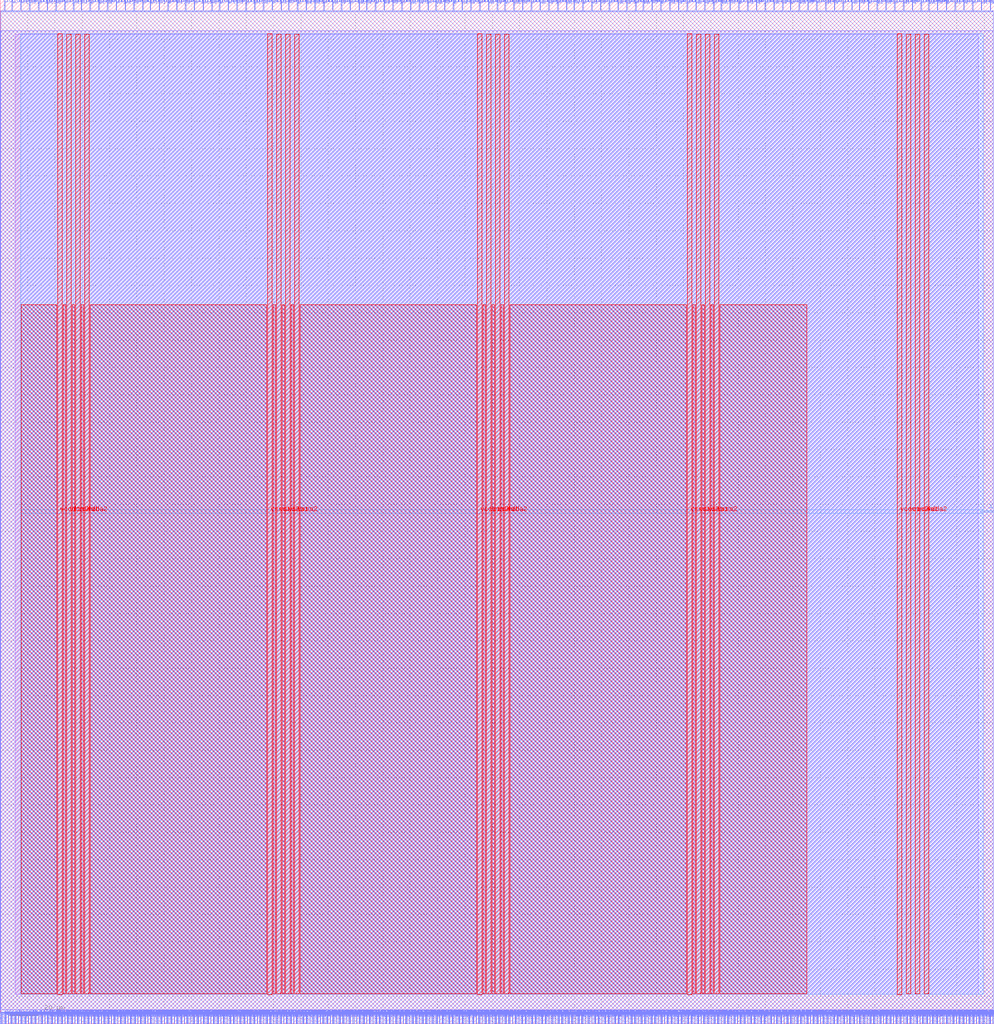
<source format=lef>
VERSION 5.7 ;
  NOWIREEXTENSIONATPIN ON ;
  DIVIDERCHAR "/" ;
  BUSBITCHARS "[]" ;
MACRO user_proj_example
  CLASS BLOCK ;
  FOREIGN user_proj_example ;
  ORIGIN 0.000 0.000 ;
  SIZE 363.650 BY 374.370 ;
  PIN io_in[0]
    DIRECTION INPUT ;
    USE SIGNAL ;
    PORT
      LAYER met2 ;
        RECT 1.470 370.370 1.750 374.370 ;
    END
  END io_in[0]
  PIN io_in[10]
    DIRECTION INPUT ;
    USE SIGNAL ;
    PORT
      LAYER met2 ;
        RECT 96.230 370.370 96.510 374.370 ;
    END
  END io_in[10]
  PIN io_in[11]
    DIRECTION INPUT ;
    USE SIGNAL ;
    PORT
      LAYER met2 ;
        RECT 105.430 370.370 105.710 374.370 ;
    END
  END io_in[11]
  PIN io_in[12]
    DIRECTION INPUT ;
    USE SIGNAL ;
    PORT
      LAYER met2 ;
        RECT 115.090 370.370 115.370 374.370 ;
    END
  END io_in[12]
  PIN io_in[13]
    DIRECTION INPUT ;
    USE SIGNAL ;
    PORT
      LAYER met2 ;
        RECT 124.750 370.370 125.030 374.370 ;
    END
  END io_in[13]
  PIN io_in[14]
    DIRECTION INPUT ;
    USE SIGNAL ;
    PORT
      LAYER met2 ;
        RECT 133.950 370.370 134.230 374.370 ;
    END
  END io_in[14]
  PIN io_in[15]
    DIRECTION INPUT ;
    USE SIGNAL ;
    PORT
      LAYER met2 ;
        RECT 143.610 370.370 143.890 374.370 ;
    END
  END io_in[15]
  PIN io_in[16]
    DIRECTION INPUT ;
    USE SIGNAL ;
    PORT
      LAYER met2 ;
        RECT 153.270 370.370 153.550 374.370 ;
    END
  END io_in[16]
  PIN io_in[17]
    DIRECTION INPUT ;
    USE SIGNAL ;
    PORT
      LAYER met2 ;
        RECT 162.470 370.370 162.750 374.370 ;
    END
  END io_in[17]
  PIN io_in[18]
    DIRECTION INPUT ;
    USE SIGNAL ;
    PORT
      LAYER met2 ;
        RECT 172.130 370.370 172.410 374.370 ;
    END
  END io_in[18]
  PIN io_in[19]
    DIRECTION INPUT ;
    USE SIGNAL ;
    PORT
      LAYER met2 ;
        RECT 181.790 370.370 182.070 374.370 ;
    END
  END io_in[19]
  PIN io_in[1]
    DIRECTION INPUT ;
    USE SIGNAL ;
    PORT
      LAYER met2 ;
        RECT 10.670 370.370 10.950 374.370 ;
    END
  END io_in[1]
  PIN io_in[20]
    DIRECTION INPUT ;
    USE SIGNAL ;
    PORT
      LAYER met2 ;
        RECT 190.990 370.370 191.270 374.370 ;
    END
  END io_in[20]
  PIN io_in[21]
    DIRECTION INPUT ;
    USE SIGNAL ;
    PORT
      LAYER met2 ;
        RECT 200.650 370.370 200.930 374.370 ;
    END
  END io_in[21]
  PIN io_in[22]
    DIRECTION INPUT ;
    USE SIGNAL ;
    PORT
      LAYER met2 ;
        RECT 209.850 370.370 210.130 374.370 ;
    END
  END io_in[22]
  PIN io_in[23]
    DIRECTION INPUT ;
    USE SIGNAL ;
    PORT
      LAYER met2 ;
        RECT 219.510 370.370 219.790 374.370 ;
    END
  END io_in[23]
  PIN io_in[24]
    DIRECTION INPUT ;
    USE SIGNAL ;
    PORT
      LAYER met2 ;
        RECT 229.170 370.370 229.450 374.370 ;
    END
  END io_in[24]
  PIN io_in[25]
    DIRECTION INPUT ;
    USE SIGNAL ;
    PORT
      LAYER met2 ;
        RECT 238.370 370.370 238.650 374.370 ;
    END
  END io_in[25]
  PIN io_in[26]
    DIRECTION INPUT ;
    USE SIGNAL ;
    PORT
      LAYER met2 ;
        RECT 248.030 370.370 248.310 374.370 ;
    END
  END io_in[26]
  PIN io_in[27]
    DIRECTION INPUT ;
    USE SIGNAL ;
    PORT
      LAYER met2 ;
        RECT 257.690 370.370 257.970 374.370 ;
    END
  END io_in[27]
  PIN io_in[28]
    DIRECTION INPUT ;
    USE SIGNAL ;
    PORT
      LAYER met2 ;
        RECT 266.890 370.370 267.170 374.370 ;
    END
  END io_in[28]
  PIN io_in[29]
    DIRECTION INPUT ;
    USE SIGNAL ;
    PORT
      LAYER met2 ;
        RECT 276.550 370.370 276.830 374.370 ;
    END
  END io_in[29]
  PIN io_in[2]
    DIRECTION INPUT ;
    USE SIGNAL ;
    PORT
      LAYER met2 ;
        RECT 20.330 370.370 20.610 374.370 ;
    END
  END io_in[2]
  PIN io_in[30]
    DIRECTION INPUT ;
    USE SIGNAL ;
    PORT
      LAYER met2 ;
        RECT 286.210 370.370 286.490 374.370 ;
    END
  END io_in[30]
  PIN io_in[31]
    DIRECTION INPUT ;
    USE SIGNAL ;
    PORT
      LAYER met2 ;
        RECT 295.410 370.370 295.690 374.370 ;
    END
  END io_in[31]
  PIN io_in[32]
    DIRECTION INPUT ;
    USE SIGNAL ;
    PORT
      LAYER met2 ;
        RECT 305.070 370.370 305.350 374.370 ;
    END
  END io_in[32]
  PIN io_in[33]
    DIRECTION INPUT ;
    USE SIGNAL ;
    PORT
      LAYER met2 ;
        RECT 314.270 370.370 314.550 374.370 ;
    END
  END io_in[33]
  PIN io_in[34]
    DIRECTION INPUT ;
    USE SIGNAL ;
    PORT
      LAYER met2 ;
        RECT 323.930 370.370 324.210 374.370 ;
    END
  END io_in[34]
  PIN io_in[35]
    DIRECTION INPUT ;
    USE SIGNAL ;
    PORT
      LAYER met2 ;
        RECT 333.590 370.370 333.870 374.370 ;
    END
  END io_in[35]
  PIN io_in[36]
    DIRECTION INPUT ;
    USE SIGNAL ;
    PORT
      LAYER met2 ;
        RECT 342.790 370.370 343.070 374.370 ;
    END
  END io_in[36]
  PIN io_in[37]
    DIRECTION INPUT ;
    USE SIGNAL ;
    PORT
      LAYER met2 ;
        RECT 352.450 370.370 352.730 374.370 ;
    END
  END io_in[37]
  PIN io_in[3]
    DIRECTION INPUT ;
    USE SIGNAL ;
    PORT
      LAYER met2 ;
        RECT 29.530 370.370 29.810 374.370 ;
    END
  END io_in[3]
  PIN io_in[4]
    DIRECTION INPUT ;
    USE SIGNAL ;
    PORT
      LAYER met2 ;
        RECT 39.190 370.370 39.470 374.370 ;
    END
  END io_in[4]
  PIN io_in[5]
    DIRECTION INPUT ;
    USE SIGNAL ;
    PORT
      LAYER met2 ;
        RECT 48.850 370.370 49.130 374.370 ;
    END
  END io_in[5]
  PIN io_in[6]
    DIRECTION INPUT ;
    USE SIGNAL ;
    PORT
      LAYER met2 ;
        RECT 58.050 370.370 58.330 374.370 ;
    END
  END io_in[6]
  PIN io_in[7]
    DIRECTION INPUT ;
    USE SIGNAL ;
    PORT
      LAYER met2 ;
        RECT 67.710 370.370 67.990 374.370 ;
    END
  END io_in[7]
  PIN io_in[8]
    DIRECTION INPUT ;
    USE SIGNAL ;
    PORT
      LAYER met2 ;
        RECT 77.370 370.370 77.650 374.370 ;
    END
  END io_in[8]
  PIN io_in[9]
    DIRECTION INPUT ;
    USE SIGNAL ;
    PORT
      LAYER met2 ;
        RECT 86.570 370.370 86.850 374.370 ;
    END
  END io_in[9]
  PIN io_oeb[0]
    DIRECTION OUTPUT TRISTATE ;
    USE SIGNAL ;
    PORT
      LAYER met2 ;
        RECT 4.230 370.370 4.510 374.370 ;
    END
  END io_oeb[0]
  PIN io_oeb[10]
    DIRECTION OUTPUT TRISTATE ;
    USE SIGNAL ;
    PORT
      LAYER met2 ;
        RECT 99.450 370.370 99.730 374.370 ;
    END
  END io_oeb[10]
  PIN io_oeb[11]
    DIRECTION OUTPUT TRISTATE ;
    USE SIGNAL ;
    PORT
      LAYER met2 ;
        RECT 108.650 370.370 108.930 374.370 ;
    END
  END io_oeb[11]
  PIN io_oeb[12]
    DIRECTION OUTPUT TRISTATE ;
    USE SIGNAL ;
    PORT
      LAYER met2 ;
        RECT 118.310 370.370 118.590 374.370 ;
    END
  END io_oeb[12]
  PIN io_oeb[13]
    DIRECTION OUTPUT TRISTATE ;
    USE SIGNAL ;
    PORT
      LAYER met2 ;
        RECT 127.970 370.370 128.250 374.370 ;
    END
  END io_oeb[13]
  PIN io_oeb[14]
    DIRECTION OUTPUT TRISTATE ;
    USE SIGNAL ;
    PORT
      LAYER met2 ;
        RECT 137.170 370.370 137.450 374.370 ;
    END
  END io_oeb[14]
  PIN io_oeb[15]
    DIRECTION OUTPUT TRISTATE ;
    USE SIGNAL ;
    PORT
      LAYER met2 ;
        RECT 146.830 370.370 147.110 374.370 ;
    END
  END io_oeb[15]
  PIN io_oeb[16]
    DIRECTION OUTPUT TRISTATE ;
    USE SIGNAL ;
    PORT
      LAYER met2 ;
        RECT 156.490 370.370 156.770 374.370 ;
    END
  END io_oeb[16]
  PIN io_oeb[17]
    DIRECTION OUTPUT TRISTATE ;
    USE SIGNAL ;
    PORT
      LAYER met2 ;
        RECT 165.690 370.370 165.970 374.370 ;
    END
  END io_oeb[17]
  PIN io_oeb[18]
    DIRECTION OUTPUT TRISTATE ;
    USE SIGNAL ;
    PORT
      LAYER met2 ;
        RECT 175.350 370.370 175.630 374.370 ;
    END
  END io_oeb[18]
  PIN io_oeb[19]
    DIRECTION OUTPUT TRISTATE ;
    USE SIGNAL ;
    PORT
      LAYER met2 ;
        RECT 184.550 370.370 184.830 374.370 ;
    END
  END io_oeb[19]
  PIN io_oeb[1]
    DIRECTION OUTPUT TRISTATE ;
    USE SIGNAL ;
    PORT
      LAYER met2 ;
        RECT 13.890 370.370 14.170 374.370 ;
    END
  END io_oeb[1]
  PIN io_oeb[20]
    DIRECTION OUTPUT TRISTATE ;
    USE SIGNAL ;
    PORT
      LAYER met2 ;
        RECT 194.210 370.370 194.490 374.370 ;
    END
  END io_oeb[20]
  PIN io_oeb[21]
    DIRECTION OUTPUT TRISTATE ;
    USE SIGNAL ;
    PORT
      LAYER met2 ;
        RECT 203.870 370.370 204.150 374.370 ;
    END
  END io_oeb[21]
  PIN io_oeb[22]
    DIRECTION OUTPUT TRISTATE ;
    USE SIGNAL ;
    PORT
      LAYER met2 ;
        RECT 213.070 370.370 213.350 374.370 ;
    END
  END io_oeb[22]
  PIN io_oeb[23]
    DIRECTION OUTPUT TRISTATE ;
    USE SIGNAL ;
    PORT
      LAYER met2 ;
        RECT 222.730 370.370 223.010 374.370 ;
    END
  END io_oeb[23]
  PIN io_oeb[24]
    DIRECTION OUTPUT TRISTATE ;
    USE SIGNAL ;
    PORT
      LAYER met2 ;
        RECT 232.390 370.370 232.670 374.370 ;
    END
  END io_oeb[24]
  PIN io_oeb[25]
    DIRECTION OUTPUT TRISTATE ;
    USE SIGNAL ;
    PORT
      LAYER met2 ;
        RECT 241.590 370.370 241.870 374.370 ;
    END
  END io_oeb[25]
  PIN io_oeb[26]
    DIRECTION OUTPUT TRISTATE ;
    USE SIGNAL ;
    PORT
      LAYER met2 ;
        RECT 251.250 370.370 251.530 374.370 ;
    END
  END io_oeb[26]
  PIN io_oeb[27]
    DIRECTION OUTPUT TRISTATE ;
    USE SIGNAL ;
    PORT
      LAYER met2 ;
        RECT 260.910 370.370 261.190 374.370 ;
    END
  END io_oeb[27]
  PIN io_oeb[28]
    DIRECTION OUTPUT TRISTATE ;
    USE SIGNAL ;
    PORT
      LAYER met2 ;
        RECT 270.110 370.370 270.390 374.370 ;
    END
  END io_oeb[28]
  PIN io_oeb[29]
    DIRECTION OUTPUT TRISTATE ;
    USE SIGNAL ;
    PORT
      LAYER met2 ;
        RECT 279.770 370.370 280.050 374.370 ;
    END
  END io_oeb[29]
  PIN io_oeb[2]
    DIRECTION OUTPUT TRISTATE ;
    USE SIGNAL ;
    PORT
      LAYER met2 ;
        RECT 23.550 370.370 23.830 374.370 ;
    END
  END io_oeb[2]
  PIN io_oeb[30]
    DIRECTION OUTPUT TRISTATE ;
    USE SIGNAL ;
    PORT
      LAYER met2 ;
        RECT 288.970 370.370 289.250 374.370 ;
    END
  END io_oeb[30]
  PIN io_oeb[31]
    DIRECTION OUTPUT TRISTATE ;
    USE SIGNAL ;
    PORT
      LAYER met2 ;
        RECT 298.630 370.370 298.910 374.370 ;
    END
  END io_oeb[31]
  PIN io_oeb[32]
    DIRECTION OUTPUT TRISTATE ;
    USE SIGNAL ;
    PORT
      LAYER met2 ;
        RECT 308.290 370.370 308.570 374.370 ;
    END
  END io_oeb[32]
  PIN io_oeb[33]
    DIRECTION OUTPUT TRISTATE ;
    USE SIGNAL ;
    PORT
      LAYER met2 ;
        RECT 317.490 370.370 317.770 374.370 ;
    END
  END io_oeb[33]
  PIN io_oeb[34]
    DIRECTION OUTPUT TRISTATE ;
    USE SIGNAL ;
    PORT
      LAYER met2 ;
        RECT 327.150 370.370 327.430 374.370 ;
    END
  END io_oeb[34]
  PIN io_oeb[35]
    DIRECTION OUTPUT TRISTATE ;
    USE SIGNAL ;
    PORT
      LAYER met2 ;
        RECT 336.810 370.370 337.090 374.370 ;
    END
  END io_oeb[35]
  PIN io_oeb[36]
    DIRECTION OUTPUT TRISTATE ;
    USE SIGNAL ;
    PORT
      LAYER met2 ;
        RECT 346.010 370.370 346.290 374.370 ;
    END
  END io_oeb[36]
  PIN io_oeb[37]
    DIRECTION OUTPUT TRISTATE ;
    USE SIGNAL ;
    PORT
      LAYER met2 ;
        RECT 355.670 370.370 355.950 374.370 ;
    END
  END io_oeb[37]
  PIN io_oeb[3]
    DIRECTION OUTPUT TRISTATE ;
    USE SIGNAL ;
    PORT
      LAYER met2 ;
        RECT 32.750 370.370 33.030 374.370 ;
    END
  END io_oeb[3]
  PIN io_oeb[4]
    DIRECTION OUTPUT TRISTATE ;
    USE SIGNAL ;
    PORT
      LAYER met2 ;
        RECT 42.410 370.370 42.690 374.370 ;
    END
  END io_oeb[4]
  PIN io_oeb[5]
    DIRECTION OUTPUT TRISTATE ;
    USE SIGNAL ;
    PORT
      LAYER met2 ;
        RECT 52.070 370.370 52.350 374.370 ;
    END
  END io_oeb[5]
  PIN io_oeb[6]
    DIRECTION OUTPUT TRISTATE ;
    USE SIGNAL ;
    PORT
      LAYER met2 ;
        RECT 61.270 370.370 61.550 374.370 ;
    END
  END io_oeb[6]
  PIN io_oeb[7]
    DIRECTION OUTPUT TRISTATE ;
    USE SIGNAL ;
    PORT
      LAYER met2 ;
        RECT 70.930 370.370 71.210 374.370 ;
    END
  END io_oeb[7]
  PIN io_oeb[8]
    DIRECTION OUTPUT TRISTATE ;
    USE SIGNAL ;
    PORT
      LAYER met2 ;
        RECT 80.130 370.370 80.410 374.370 ;
    END
  END io_oeb[8]
  PIN io_oeb[9]
    DIRECTION OUTPUT TRISTATE ;
    USE SIGNAL ;
    PORT
      LAYER met2 ;
        RECT 89.790 370.370 90.070 374.370 ;
    END
  END io_oeb[9]
  PIN io_out[0]
    DIRECTION OUTPUT TRISTATE ;
    USE SIGNAL ;
    PORT
      LAYER met2 ;
        RECT 7.450 370.370 7.730 374.370 ;
    END
  END io_out[0]
  PIN io_out[10]
    DIRECTION OUTPUT TRISTATE ;
    USE SIGNAL ;
    PORT
      LAYER met2 ;
        RECT 102.670 370.370 102.950 374.370 ;
    END
  END io_out[10]
  PIN io_out[11]
    DIRECTION OUTPUT TRISTATE ;
    USE SIGNAL ;
    PORT
      LAYER met2 ;
        RECT 111.870 370.370 112.150 374.370 ;
    END
  END io_out[11]
  PIN io_out[12]
    DIRECTION OUTPUT TRISTATE ;
    USE SIGNAL ;
    PORT
      LAYER met2 ;
        RECT 121.530 370.370 121.810 374.370 ;
    END
  END io_out[12]
  PIN io_out[13]
    DIRECTION OUTPUT TRISTATE ;
    USE SIGNAL ;
    PORT
      LAYER met2 ;
        RECT 131.190 370.370 131.470 374.370 ;
    END
  END io_out[13]
  PIN io_out[14]
    DIRECTION OUTPUT TRISTATE ;
    USE SIGNAL ;
    PORT
      LAYER met2 ;
        RECT 140.390 370.370 140.670 374.370 ;
    END
  END io_out[14]
  PIN io_out[15]
    DIRECTION OUTPUT TRISTATE ;
    USE SIGNAL ;
    PORT
      LAYER met2 ;
        RECT 150.050 370.370 150.330 374.370 ;
    END
  END io_out[15]
  PIN io_out[16]
    DIRECTION OUTPUT TRISTATE ;
    USE SIGNAL ;
    PORT
      LAYER met2 ;
        RECT 159.250 370.370 159.530 374.370 ;
    END
  END io_out[16]
  PIN io_out[17]
    DIRECTION OUTPUT TRISTATE ;
    USE SIGNAL ;
    PORT
      LAYER met2 ;
        RECT 168.910 370.370 169.190 374.370 ;
    END
  END io_out[17]
  PIN io_out[18]
    DIRECTION OUTPUT TRISTATE ;
    USE SIGNAL ;
    PORT
      LAYER met2 ;
        RECT 178.570 370.370 178.850 374.370 ;
    END
  END io_out[18]
  PIN io_out[19]
    DIRECTION OUTPUT TRISTATE ;
    USE SIGNAL ;
    PORT
      LAYER met2 ;
        RECT 187.770 370.370 188.050 374.370 ;
    END
  END io_out[19]
  PIN io_out[1]
    DIRECTION OUTPUT TRISTATE ;
    USE SIGNAL ;
    PORT
      LAYER met2 ;
        RECT 17.110 370.370 17.390 374.370 ;
    END
  END io_out[1]
  PIN io_out[20]
    DIRECTION OUTPUT TRISTATE ;
    USE SIGNAL ;
    PORT
      LAYER met2 ;
        RECT 197.430 370.370 197.710 374.370 ;
    END
  END io_out[20]
  PIN io_out[21]
    DIRECTION OUTPUT TRISTATE ;
    USE SIGNAL ;
    PORT
      LAYER met2 ;
        RECT 207.090 370.370 207.370 374.370 ;
    END
  END io_out[21]
  PIN io_out[22]
    DIRECTION OUTPUT TRISTATE ;
    USE SIGNAL ;
    PORT
      LAYER met2 ;
        RECT 216.290 370.370 216.570 374.370 ;
    END
  END io_out[22]
  PIN io_out[23]
    DIRECTION OUTPUT TRISTATE ;
    USE SIGNAL ;
    PORT
      LAYER met2 ;
        RECT 225.950 370.370 226.230 374.370 ;
    END
  END io_out[23]
  PIN io_out[24]
    DIRECTION OUTPUT TRISTATE ;
    USE SIGNAL ;
    PORT
      LAYER met2 ;
        RECT 235.150 370.370 235.430 374.370 ;
    END
  END io_out[24]
  PIN io_out[25]
    DIRECTION OUTPUT TRISTATE ;
    USE SIGNAL ;
    PORT
      LAYER met2 ;
        RECT 244.810 370.370 245.090 374.370 ;
    END
  END io_out[25]
  PIN io_out[26]
    DIRECTION OUTPUT TRISTATE ;
    USE SIGNAL ;
    PORT
      LAYER met2 ;
        RECT 254.470 370.370 254.750 374.370 ;
    END
  END io_out[26]
  PIN io_out[27]
    DIRECTION OUTPUT TRISTATE ;
    USE SIGNAL ;
    PORT
      LAYER met2 ;
        RECT 263.670 370.370 263.950 374.370 ;
    END
  END io_out[27]
  PIN io_out[28]
    DIRECTION OUTPUT TRISTATE ;
    USE SIGNAL ;
    PORT
      LAYER met2 ;
        RECT 273.330 370.370 273.610 374.370 ;
    END
  END io_out[28]
  PIN io_out[29]
    DIRECTION OUTPUT TRISTATE ;
    USE SIGNAL ;
    PORT
      LAYER met2 ;
        RECT 282.990 370.370 283.270 374.370 ;
    END
  END io_out[29]
  PIN io_out[2]
    DIRECTION OUTPUT TRISTATE ;
    USE SIGNAL ;
    PORT
      LAYER met2 ;
        RECT 26.770 370.370 27.050 374.370 ;
    END
  END io_out[2]
  PIN io_out[30]
    DIRECTION OUTPUT TRISTATE ;
    USE SIGNAL ;
    PORT
      LAYER met2 ;
        RECT 292.190 370.370 292.470 374.370 ;
    END
  END io_out[30]
  PIN io_out[31]
    DIRECTION OUTPUT TRISTATE ;
    USE SIGNAL ;
    PORT
      LAYER met2 ;
        RECT 301.850 370.370 302.130 374.370 ;
    END
  END io_out[31]
  PIN io_out[32]
    DIRECTION OUTPUT TRISTATE ;
    USE SIGNAL ;
    PORT
      LAYER met2 ;
        RECT 311.510 370.370 311.790 374.370 ;
    END
  END io_out[32]
  PIN io_out[33]
    DIRECTION OUTPUT TRISTATE ;
    USE SIGNAL ;
    PORT
      LAYER met2 ;
        RECT 320.710 370.370 320.990 374.370 ;
    END
  END io_out[33]
  PIN io_out[34]
    DIRECTION OUTPUT TRISTATE ;
    USE SIGNAL ;
    PORT
      LAYER met2 ;
        RECT 330.370 370.370 330.650 374.370 ;
    END
  END io_out[34]
  PIN io_out[35]
    DIRECTION OUTPUT TRISTATE ;
    USE SIGNAL ;
    PORT
      LAYER met2 ;
        RECT 339.570 370.370 339.850 374.370 ;
    END
  END io_out[35]
  PIN io_out[36]
    DIRECTION OUTPUT TRISTATE ;
    USE SIGNAL ;
    PORT
      LAYER met2 ;
        RECT 349.230 370.370 349.510 374.370 ;
    END
  END io_out[36]
  PIN io_out[37]
    DIRECTION OUTPUT TRISTATE ;
    USE SIGNAL ;
    PORT
      LAYER met2 ;
        RECT 358.890 370.370 359.170 374.370 ;
    END
  END io_out[37]
  PIN io_out[3]
    DIRECTION OUTPUT TRISTATE ;
    USE SIGNAL ;
    PORT
      LAYER met2 ;
        RECT 35.970 370.370 36.250 374.370 ;
    END
  END io_out[3]
  PIN io_out[4]
    DIRECTION OUTPUT TRISTATE ;
    USE SIGNAL ;
    PORT
      LAYER met2 ;
        RECT 45.630 370.370 45.910 374.370 ;
    END
  END io_out[4]
  PIN io_out[5]
    DIRECTION OUTPUT TRISTATE ;
    USE SIGNAL ;
    PORT
      LAYER met2 ;
        RECT 54.830 370.370 55.110 374.370 ;
    END
  END io_out[5]
  PIN io_out[6]
    DIRECTION OUTPUT TRISTATE ;
    USE SIGNAL ;
    PORT
      LAYER met2 ;
        RECT 64.490 370.370 64.770 374.370 ;
    END
  END io_out[6]
  PIN io_out[7]
    DIRECTION OUTPUT TRISTATE ;
    USE SIGNAL ;
    PORT
      LAYER met2 ;
        RECT 74.150 370.370 74.430 374.370 ;
    END
  END io_out[7]
  PIN io_out[8]
    DIRECTION OUTPUT TRISTATE ;
    USE SIGNAL ;
    PORT
      LAYER met2 ;
        RECT 83.350 370.370 83.630 374.370 ;
    END
  END io_out[8]
  PIN io_out[9]
    DIRECTION OUTPUT TRISTATE ;
    USE SIGNAL ;
    PORT
      LAYER met2 ;
        RECT 93.010 370.370 93.290 374.370 ;
    END
  END io_out[9]
  PIN irq[0]
    DIRECTION OUTPUT TRISTATE ;
    USE SIGNAL ;
    PORT
      LAYER met3 ;
        RECT 359.650 187.040 363.650 187.640 ;
    END
  END irq[0]
  PIN irq[1]
    DIRECTION OUTPUT TRISTATE ;
    USE SIGNAL ;
    PORT
      LAYER met2 ;
        RECT 363.030 0.000 363.310 4.000 ;
    END
  END irq[1]
  PIN irq[2]
    DIRECTION OUTPUT TRISTATE ;
    USE SIGNAL ;
    PORT
      LAYER met2 ;
        RECT 362.110 370.370 362.390 374.370 ;
    END
  END irq[2]
  PIN la_data_in[0]
    DIRECTION INPUT ;
    USE SIGNAL ;
    PORT
      LAYER met2 ;
        RECT 78.290 0.000 78.570 4.000 ;
    END
  END la_data_in[0]
  PIN la_data_in[100]
    DIRECTION INPUT ;
    USE SIGNAL ;
    PORT
      LAYER met2 ;
        RECT 300.930 0.000 301.210 4.000 ;
    END
  END la_data_in[100]
  PIN la_data_in[101]
    DIRECTION INPUT ;
    USE SIGNAL ;
    PORT
      LAYER met2 ;
        RECT 302.770 0.000 303.050 4.000 ;
    END
  END la_data_in[101]
  PIN la_data_in[102]
    DIRECTION INPUT ;
    USE SIGNAL ;
    PORT
      LAYER met2 ;
        RECT 305.070 0.000 305.350 4.000 ;
    END
  END la_data_in[102]
  PIN la_data_in[103]
    DIRECTION INPUT ;
    USE SIGNAL ;
    PORT
      LAYER met2 ;
        RECT 307.370 0.000 307.650 4.000 ;
    END
  END la_data_in[103]
  PIN la_data_in[104]
    DIRECTION INPUT ;
    USE SIGNAL ;
    PORT
      LAYER met2 ;
        RECT 309.670 0.000 309.950 4.000 ;
    END
  END la_data_in[104]
  PIN la_data_in[105]
    DIRECTION INPUT ;
    USE SIGNAL ;
    PORT
      LAYER met2 ;
        RECT 311.970 0.000 312.250 4.000 ;
    END
  END la_data_in[105]
  PIN la_data_in[106]
    DIRECTION INPUT ;
    USE SIGNAL ;
    PORT
      LAYER met2 ;
        RECT 314.270 0.000 314.550 4.000 ;
    END
  END la_data_in[106]
  PIN la_data_in[107]
    DIRECTION INPUT ;
    USE SIGNAL ;
    PORT
      LAYER met2 ;
        RECT 316.110 0.000 316.390 4.000 ;
    END
  END la_data_in[107]
  PIN la_data_in[108]
    DIRECTION INPUT ;
    USE SIGNAL ;
    PORT
      LAYER met2 ;
        RECT 318.410 0.000 318.690 4.000 ;
    END
  END la_data_in[108]
  PIN la_data_in[109]
    DIRECTION INPUT ;
    USE SIGNAL ;
    PORT
      LAYER met2 ;
        RECT 320.710 0.000 320.990 4.000 ;
    END
  END la_data_in[109]
  PIN la_data_in[10]
    DIRECTION INPUT ;
    USE SIGNAL ;
    PORT
      LAYER met2 ;
        RECT 100.830 0.000 101.110 4.000 ;
    END
  END la_data_in[10]
  PIN la_data_in[110]
    DIRECTION INPUT ;
    USE SIGNAL ;
    PORT
      LAYER met2 ;
        RECT 323.010 0.000 323.290 4.000 ;
    END
  END la_data_in[110]
  PIN la_data_in[111]
    DIRECTION INPUT ;
    USE SIGNAL ;
    PORT
      LAYER met2 ;
        RECT 325.310 0.000 325.590 4.000 ;
    END
  END la_data_in[111]
  PIN la_data_in[112]
    DIRECTION INPUT ;
    USE SIGNAL ;
    PORT
      LAYER met2 ;
        RECT 327.610 0.000 327.890 4.000 ;
    END
  END la_data_in[112]
  PIN la_data_in[113]
    DIRECTION INPUT ;
    USE SIGNAL ;
    PORT
      LAYER met2 ;
        RECT 329.450 0.000 329.730 4.000 ;
    END
  END la_data_in[113]
  PIN la_data_in[114]
    DIRECTION INPUT ;
    USE SIGNAL ;
    PORT
      LAYER met2 ;
        RECT 331.750 0.000 332.030 4.000 ;
    END
  END la_data_in[114]
  PIN la_data_in[115]
    DIRECTION INPUT ;
    USE SIGNAL ;
    PORT
      LAYER met2 ;
        RECT 334.050 0.000 334.330 4.000 ;
    END
  END la_data_in[115]
  PIN la_data_in[116]
    DIRECTION INPUT ;
    USE SIGNAL ;
    PORT
      LAYER met2 ;
        RECT 336.350 0.000 336.630 4.000 ;
    END
  END la_data_in[116]
  PIN la_data_in[117]
    DIRECTION INPUT ;
    USE SIGNAL ;
    PORT
      LAYER met2 ;
        RECT 338.650 0.000 338.930 4.000 ;
    END
  END la_data_in[117]
  PIN la_data_in[118]
    DIRECTION INPUT ;
    USE SIGNAL ;
    PORT
      LAYER met2 ;
        RECT 340.950 0.000 341.230 4.000 ;
    END
  END la_data_in[118]
  PIN la_data_in[119]
    DIRECTION INPUT ;
    USE SIGNAL ;
    PORT
      LAYER met2 ;
        RECT 342.790 0.000 343.070 4.000 ;
    END
  END la_data_in[119]
  PIN la_data_in[11]
    DIRECTION INPUT ;
    USE SIGNAL ;
    PORT
      LAYER met2 ;
        RECT 102.670 0.000 102.950 4.000 ;
    END
  END la_data_in[11]
  PIN la_data_in[120]
    DIRECTION INPUT ;
    USE SIGNAL ;
    PORT
      LAYER met2 ;
        RECT 345.090 0.000 345.370 4.000 ;
    END
  END la_data_in[120]
  PIN la_data_in[121]
    DIRECTION INPUT ;
    USE SIGNAL ;
    PORT
      LAYER met2 ;
        RECT 347.390 0.000 347.670 4.000 ;
    END
  END la_data_in[121]
  PIN la_data_in[122]
    DIRECTION INPUT ;
    USE SIGNAL ;
    PORT
      LAYER met2 ;
        RECT 349.690 0.000 349.970 4.000 ;
    END
  END la_data_in[122]
  PIN la_data_in[123]
    DIRECTION INPUT ;
    USE SIGNAL ;
    PORT
      LAYER met2 ;
        RECT 351.990 0.000 352.270 4.000 ;
    END
  END la_data_in[123]
  PIN la_data_in[124]
    DIRECTION INPUT ;
    USE SIGNAL ;
    PORT
      LAYER met2 ;
        RECT 354.290 0.000 354.570 4.000 ;
    END
  END la_data_in[124]
  PIN la_data_in[125]
    DIRECTION INPUT ;
    USE SIGNAL ;
    PORT
      LAYER met2 ;
        RECT 356.130 0.000 356.410 4.000 ;
    END
  END la_data_in[125]
  PIN la_data_in[126]
    DIRECTION INPUT ;
    USE SIGNAL ;
    PORT
      LAYER met2 ;
        RECT 358.430 0.000 358.710 4.000 ;
    END
  END la_data_in[126]
  PIN la_data_in[127]
    DIRECTION INPUT ;
    USE SIGNAL ;
    PORT
      LAYER met2 ;
        RECT 360.730 0.000 361.010 4.000 ;
    END
  END la_data_in[127]
  PIN la_data_in[12]
    DIRECTION INPUT ;
    USE SIGNAL ;
    PORT
      LAYER met2 ;
        RECT 104.970 0.000 105.250 4.000 ;
    END
  END la_data_in[12]
  PIN la_data_in[13]
    DIRECTION INPUT ;
    USE SIGNAL ;
    PORT
      LAYER met2 ;
        RECT 107.270 0.000 107.550 4.000 ;
    END
  END la_data_in[13]
  PIN la_data_in[14]
    DIRECTION INPUT ;
    USE SIGNAL ;
    PORT
      LAYER met2 ;
        RECT 109.570 0.000 109.850 4.000 ;
    END
  END la_data_in[14]
  PIN la_data_in[15]
    DIRECTION INPUT ;
    USE SIGNAL ;
    PORT
      LAYER met2 ;
        RECT 111.870 0.000 112.150 4.000 ;
    END
  END la_data_in[15]
  PIN la_data_in[16]
    DIRECTION INPUT ;
    USE SIGNAL ;
    PORT
      LAYER met2 ;
        RECT 114.170 0.000 114.450 4.000 ;
    END
  END la_data_in[16]
  PIN la_data_in[17]
    DIRECTION INPUT ;
    USE SIGNAL ;
    PORT
      LAYER met2 ;
        RECT 116.010 0.000 116.290 4.000 ;
    END
  END la_data_in[17]
  PIN la_data_in[18]
    DIRECTION INPUT ;
    USE SIGNAL ;
    PORT
      LAYER met2 ;
        RECT 118.310 0.000 118.590 4.000 ;
    END
  END la_data_in[18]
  PIN la_data_in[19]
    DIRECTION INPUT ;
    USE SIGNAL ;
    PORT
      LAYER met2 ;
        RECT 120.610 0.000 120.890 4.000 ;
    END
  END la_data_in[19]
  PIN la_data_in[1]
    DIRECTION INPUT ;
    USE SIGNAL ;
    PORT
      LAYER met2 ;
        RECT 80.590 0.000 80.870 4.000 ;
    END
  END la_data_in[1]
  PIN la_data_in[20]
    DIRECTION INPUT ;
    USE SIGNAL ;
    PORT
      LAYER met2 ;
        RECT 122.910 0.000 123.190 4.000 ;
    END
  END la_data_in[20]
  PIN la_data_in[21]
    DIRECTION INPUT ;
    USE SIGNAL ;
    PORT
      LAYER met2 ;
        RECT 125.210 0.000 125.490 4.000 ;
    END
  END la_data_in[21]
  PIN la_data_in[22]
    DIRECTION INPUT ;
    USE SIGNAL ;
    PORT
      LAYER met2 ;
        RECT 127.510 0.000 127.790 4.000 ;
    END
  END la_data_in[22]
  PIN la_data_in[23]
    DIRECTION INPUT ;
    USE SIGNAL ;
    PORT
      LAYER met2 ;
        RECT 129.350 0.000 129.630 4.000 ;
    END
  END la_data_in[23]
  PIN la_data_in[24]
    DIRECTION INPUT ;
    USE SIGNAL ;
    PORT
      LAYER met2 ;
        RECT 131.650 0.000 131.930 4.000 ;
    END
  END la_data_in[24]
  PIN la_data_in[25]
    DIRECTION INPUT ;
    USE SIGNAL ;
    PORT
      LAYER met2 ;
        RECT 133.950 0.000 134.230 4.000 ;
    END
  END la_data_in[25]
  PIN la_data_in[26]
    DIRECTION INPUT ;
    USE SIGNAL ;
    PORT
      LAYER met2 ;
        RECT 136.250 0.000 136.530 4.000 ;
    END
  END la_data_in[26]
  PIN la_data_in[27]
    DIRECTION INPUT ;
    USE SIGNAL ;
    PORT
      LAYER met2 ;
        RECT 138.550 0.000 138.830 4.000 ;
    END
  END la_data_in[27]
  PIN la_data_in[28]
    DIRECTION INPUT ;
    USE SIGNAL ;
    PORT
      LAYER met2 ;
        RECT 140.850 0.000 141.130 4.000 ;
    END
  END la_data_in[28]
  PIN la_data_in[29]
    DIRECTION INPUT ;
    USE SIGNAL ;
    PORT
      LAYER met2 ;
        RECT 142.690 0.000 142.970 4.000 ;
    END
  END la_data_in[29]
  PIN la_data_in[2]
    DIRECTION INPUT ;
    USE SIGNAL ;
    PORT
      LAYER met2 ;
        RECT 82.890 0.000 83.170 4.000 ;
    END
  END la_data_in[2]
  PIN la_data_in[30]
    DIRECTION INPUT ;
    USE SIGNAL ;
    PORT
      LAYER met2 ;
        RECT 144.990 0.000 145.270 4.000 ;
    END
  END la_data_in[30]
  PIN la_data_in[31]
    DIRECTION INPUT ;
    USE SIGNAL ;
    PORT
      LAYER met2 ;
        RECT 147.290 0.000 147.570 4.000 ;
    END
  END la_data_in[31]
  PIN la_data_in[32]
    DIRECTION INPUT ;
    USE SIGNAL ;
    PORT
      LAYER met2 ;
        RECT 149.590 0.000 149.870 4.000 ;
    END
  END la_data_in[32]
  PIN la_data_in[33]
    DIRECTION INPUT ;
    USE SIGNAL ;
    PORT
      LAYER met2 ;
        RECT 151.890 0.000 152.170 4.000 ;
    END
  END la_data_in[33]
  PIN la_data_in[34]
    DIRECTION INPUT ;
    USE SIGNAL ;
    PORT
      LAYER met2 ;
        RECT 154.190 0.000 154.470 4.000 ;
    END
  END la_data_in[34]
  PIN la_data_in[35]
    DIRECTION INPUT ;
    USE SIGNAL ;
    PORT
      LAYER met2 ;
        RECT 156.030 0.000 156.310 4.000 ;
    END
  END la_data_in[35]
  PIN la_data_in[36]
    DIRECTION INPUT ;
    USE SIGNAL ;
    PORT
      LAYER met2 ;
        RECT 158.330 0.000 158.610 4.000 ;
    END
  END la_data_in[36]
  PIN la_data_in[37]
    DIRECTION INPUT ;
    USE SIGNAL ;
    PORT
      LAYER met2 ;
        RECT 160.630 0.000 160.910 4.000 ;
    END
  END la_data_in[37]
  PIN la_data_in[38]
    DIRECTION INPUT ;
    USE SIGNAL ;
    PORT
      LAYER met2 ;
        RECT 162.930 0.000 163.210 4.000 ;
    END
  END la_data_in[38]
  PIN la_data_in[39]
    DIRECTION INPUT ;
    USE SIGNAL ;
    PORT
      LAYER met2 ;
        RECT 165.230 0.000 165.510 4.000 ;
    END
  END la_data_in[39]
  PIN la_data_in[3]
    DIRECTION INPUT ;
    USE SIGNAL ;
    PORT
      LAYER met2 ;
        RECT 85.190 0.000 85.470 4.000 ;
    END
  END la_data_in[3]
  PIN la_data_in[40]
    DIRECTION INPUT ;
    USE SIGNAL ;
    PORT
      LAYER met2 ;
        RECT 167.530 0.000 167.810 4.000 ;
    END
  END la_data_in[40]
  PIN la_data_in[41]
    DIRECTION INPUT ;
    USE SIGNAL ;
    PORT
      LAYER met2 ;
        RECT 169.370 0.000 169.650 4.000 ;
    END
  END la_data_in[41]
  PIN la_data_in[42]
    DIRECTION INPUT ;
    USE SIGNAL ;
    PORT
      LAYER met2 ;
        RECT 171.670 0.000 171.950 4.000 ;
    END
  END la_data_in[42]
  PIN la_data_in[43]
    DIRECTION INPUT ;
    USE SIGNAL ;
    PORT
      LAYER met2 ;
        RECT 173.970 0.000 174.250 4.000 ;
    END
  END la_data_in[43]
  PIN la_data_in[44]
    DIRECTION INPUT ;
    USE SIGNAL ;
    PORT
      LAYER met2 ;
        RECT 176.270 0.000 176.550 4.000 ;
    END
  END la_data_in[44]
  PIN la_data_in[45]
    DIRECTION INPUT ;
    USE SIGNAL ;
    PORT
      LAYER met2 ;
        RECT 178.570 0.000 178.850 4.000 ;
    END
  END la_data_in[45]
  PIN la_data_in[46]
    DIRECTION INPUT ;
    USE SIGNAL ;
    PORT
      LAYER met2 ;
        RECT 180.870 0.000 181.150 4.000 ;
    END
  END la_data_in[46]
  PIN la_data_in[47]
    DIRECTION INPUT ;
    USE SIGNAL ;
    PORT
      LAYER met2 ;
        RECT 182.710 0.000 182.990 4.000 ;
    END
  END la_data_in[47]
  PIN la_data_in[48]
    DIRECTION INPUT ;
    USE SIGNAL ;
    PORT
      LAYER met2 ;
        RECT 185.010 0.000 185.290 4.000 ;
    END
  END la_data_in[48]
  PIN la_data_in[49]
    DIRECTION INPUT ;
    USE SIGNAL ;
    PORT
      LAYER met2 ;
        RECT 187.310 0.000 187.590 4.000 ;
    END
  END la_data_in[49]
  PIN la_data_in[4]
    DIRECTION INPUT ;
    USE SIGNAL ;
    PORT
      LAYER met2 ;
        RECT 87.490 0.000 87.770 4.000 ;
    END
  END la_data_in[4]
  PIN la_data_in[50]
    DIRECTION INPUT ;
    USE SIGNAL ;
    PORT
      LAYER met2 ;
        RECT 189.610 0.000 189.890 4.000 ;
    END
  END la_data_in[50]
  PIN la_data_in[51]
    DIRECTION INPUT ;
    USE SIGNAL ;
    PORT
      LAYER met2 ;
        RECT 191.910 0.000 192.190 4.000 ;
    END
  END la_data_in[51]
  PIN la_data_in[52]
    DIRECTION INPUT ;
    USE SIGNAL ;
    PORT
      LAYER met2 ;
        RECT 194.210 0.000 194.490 4.000 ;
    END
  END la_data_in[52]
  PIN la_data_in[53]
    DIRECTION INPUT ;
    USE SIGNAL ;
    PORT
      LAYER met2 ;
        RECT 196.050 0.000 196.330 4.000 ;
    END
  END la_data_in[53]
  PIN la_data_in[54]
    DIRECTION INPUT ;
    USE SIGNAL ;
    PORT
      LAYER met2 ;
        RECT 198.350 0.000 198.630 4.000 ;
    END
  END la_data_in[54]
  PIN la_data_in[55]
    DIRECTION INPUT ;
    USE SIGNAL ;
    PORT
      LAYER met2 ;
        RECT 200.650 0.000 200.930 4.000 ;
    END
  END la_data_in[55]
  PIN la_data_in[56]
    DIRECTION INPUT ;
    USE SIGNAL ;
    PORT
      LAYER met2 ;
        RECT 202.950 0.000 203.230 4.000 ;
    END
  END la_data_in[56]
  PIN la_data_in[57]
    DIRECTION INPUT ;
    USE SIGNAL ;
    PORT
      LAYER met2 ;
        RECT 205.250 0.000 205.530 4.000 ;
    END
  END la_data_in[57]
  PIN la_data_in[58]
    DIRECTION INPUT ;
    USE SIGNAL ;
    PORT
      LAYER met2 ;
        RECT 207.550 0.000 207.830 4.000 ;
    END
  END la_data_in[58]
  PIN la_data_in[59]
    DIRECTION INPUT ;
    USE SIGNAL ;
    PORT
      LAYER met2 ;
        RECT 209.390 0.000 209.670 4.000 ;
    END
  END la_data_in[59]
  PIN la_data_in[5]
    DIRECTION INPUT ;
    USE SIGNAL ;
    PORT
      LAYER met2 ;
        RECT 89.330 0.000 89.610 4.000 ;
    END
  END la_data_in[5]
  PIN la_data_in[60]
    DIRECTION INPUT ;
    USE SIGNAL ;
    PORT
      LAYER met2 ;
        RECT 211.690 0.000 211.970 4.000 ;
    END
  END la_data_in[60]
  PIN la_data_in[61]
    DIRECTION INPUT ;
    USE SIGNAL ;
    PORT
      LAYER met2 ;
        RECT 213.990 0.000 214.270 4.000 ;
    END
  END la_data_in[61]
  PIN la_data_in[62]
    DIRECTION INPUT ;
    USE SIGNAL ;
    PORT
      LAYER met2 ;
        RECT 216.290 0.000 216.570 4.000 ;
    END
  END la_data_in[62]
  PIN la_data_in[63]
    DIRECTION INPUT ;
    USE SIGNAL ;
    PORT
      LAYER met2 ;
        RECT 218.590 0.000 218.870 4.000 ;
    END
  END la_data_in[63]
  PIN la_data_in[64]
    DIRECTION INPUT ;
    USE SIGNAL ;
    PORT
      LAYER met2 ;
        RECT 220.890 0.000 221.170 4.000 ;
    END
  END la_data_in[64]
  PIN la_data_in[65]
    DIRECTION INPUT ;
    USE SIGNAL ;
    PORT
      LAYER met2 ;
        RECT 222.730 0.000 223.010 4.000 ;
    END
  END la_data_in[65]
  PIN la_data_in[66]
    DIRECTION INPUT ;
    USE SIGNAL ;
    PORT
      LAYER met2 ;
        RECT 225.030 0.000 225.310 4.000 ;
    END
  END la_data_in[66]
  PIN la_data_in[67]
    DIRECTION INPUT ;
    USE SIGNAL ;
    PORT
      LAYER met2 ;
        RECT 227.330 0.000 227.610 4.000 ;
    END
  END la_data_in[67]
  PIN la_data_in[68]
    DIRECTION INPUT ;
    USE SIGNAL ;
    PORT
      LAYER met2 ;
        RECT 229.630 0.000 229.910 4.000 ;
    END
  END la_data_in[68]
  PIN la_data_in[69]
    DIRECTION INPUT ;
    USE SIGNAL ;
    PORT
      LAYER met2 ;
        RECT 231.930 0.000 232.210 4.000 ;
    END
  END la_data_in[69]
  PIN la_data_in[6]
    DIRECTION INPUT ;
    USE SIGNAL ;
    PORT
      LAYER met2 ;
        RECT 91.630 0.000 91.910 4.000 ;
    END
  END la_data_in[6]
  PIN la_data_in[70]
    DIRECTION INPUT ;
    USE SIGNAL ;
    PORT
      LAYER met2 ;
        RECT 234.230 0.000 234.510 4.000 ;
    END
  END la_data_in[70]
  PIN la_data_in[71]
    DIRECTION INPUT ;
    USE SIGNAL ;
    PORT
      LAYER met2 ;
        RECT 236.070 0.000 236.350 4.000 ;
    END
  END la_data_in[71]
  PIN la_data_in[72]
    DIRECTION INPUT ;
    USE SIGNAL ;
    PORT
      LAYER met2 ;
        RECT 238.370 0.000 238.650 4.000 ;
    END
  END la_data_in[72]
  PIN la_data_in[73]
    DIRECTION INPUT ;
    USE SIGNAL ;
    PORT
      LAYER met2 ;
        RECT 240.670 0.000 240.950 4.000 ;
    END
  END la_data_in[73]
  PIN la_data_in[74]
    DIRECTION INPUT ;
    USE SIGNAL ;
    PORT
      LAYER met2 ;
        RECT 242.970 0.000 243.250 4.000 ;
    END
  END la_data_in[74]
  PIN la_data_in[75]
    DIRECTION INPUT ;
    USE SIGNAL ;
    PORT
      LAYER met2 ;
        RECT 245.270 0.000 245.550 4.000 ;
    END
  END la_data_in[75]
  PIN la_data_in[76]
    DIRECTION INPUT ;
    USE SIGNAL ;
    PORT
      LAYER met2 ;
        RECT 247.570 0.000 247.850 4.000 ;
    END
  END la_data_in[76]
  PIN la_data_in[77]
    DIRECTION INPUT ;
    USE SIGNAL ;
    PORT
      LAYER met2 ;
        RECT 249.410 0.000 249.690 4.000 ;
    END
  END la_data_in[77]
  PIN la_data_in[78]
    DIRECTION INPUT ;
    USE SIGNAL ;
    PORT
      LAYER met2 ;
        RECT 251.710 0.000 251.990 4.000 ;
    END
  END la_data_in[78]
  PIN la_data_in[79]
    DIRECTION INPUT ;
    USE SIGNAL ;
    PORT
      LAYER met2 ;
        RECT 254.010 0.000 254.290 4.000 ;
    END
  END la_data_in[79]
  PIN la_data_in[7]
    DIRECTION INPUT ;
    USE SIGNAL ;
    PORT
      LAYER met2 ;
        RECT 93.930 0.000 94.210 4.000 ;
    END
  END la_data_in[7]
  PIN la_data_in[80]
    DIRECTION INPUT ;
    USE SIGNAL ;
    PORT
      LAYER met2 ;
        RECT 256.310 0.000 256.590 4.000 ;
    END
  END la_data_in[80]
  PIN la_data_in[81]
    DIRECTION INPUT ;
    USE SIGNAL ;
    PORT
      LAYER met2 ;
        RECT 258.610 0.000 258.890 4.000 ;
    END
  END la_data_in[81]
  PIN la_data_in[82]
    DIRECTION INPUT ;
    USE SIGNAL ;
    PORT
      LAYER met2 ;
        RECT 260.910 0.000 261.190 4.000 ;
    END
  END la_data_in[82]
  PIN la_data_in[83]
    DIRECTION INPUT ;
    USE SIGNAL ;
    PORT
      LAYER met2 ;
        RECT 262.750 0.000 263.030 4.000 ;
    END
  END la_data_in[83]
  PIN la_data_in[84]
    DIRECTION INPUT ;
    USE SIGNAL ;
    PORT
      LAYER met2 ;
        RECT 265.050 0.000 265.330 4.000 ;
    END
  END la_data_in[84]
  PIN la_data_in[85]
    DIRECTION INPUT ;
    USE SIGNAL ;
    PORT
      LAYER met2 ;
        RECT 267.350 0.000 267.630 4.000 ;
    END
  END la_data_in[85]
  PIN la_data_in[86]
    DIRECTION INPUT ;
    USE SIGNAL ;
    PORT
      LAYER met2 ;
        RECT 269.650 0.000 269.930 4.000 ;
    END
  END la_data_in[86]
  PIN la_data_in[87]
    DIRECTION INPUT ;
    USE SIGNAL ;
    PORT
      LAYER met2 ;
        RECT 271.950 0.000 272.230 4.000 ;
    END
  END la_data_in[87]
  PIN la_data_in[88]
    DIRECTION INPUT ;
    USE SIGNAL ;
    PORT
      LAYER met2 ;
        RECT 274.250 0.000 274.530 4.000 ;
    END
  END la_data_in[88]
  PIN la_data_in[89]
    DIRECTION INPUT ;
    USE SIGNAL ;
    PORT
      LAYER met2 ;
        RECT 276.090 0.000 276.370 4.000 ;
    END
  END la_data_in[89]
  PIN la_data_in[8]
    DIRECTION INPUT ;
    USE SIGNAL ;
    PORT
      LAYER met2 ;
        RECT 96.230 0.000 96.510 4.000 ;
    END
  END la_data_in[8]
  PIN la_data_in[90]
    DIRECTION INPUT ;
    USE SIGNAL ;
    PORT
      LAYER met2 ;
        RECT 278.390 0.000 278.670 4.000 ;
    END
  END la_data_in[90]
  PIN la_data_in[91]
    DIRECTION INPUT ;
    USE SIGNAL ;
    PORT
      LAYER met2 ;
        RECT 280.690 0.000 280.970 4.000 ;
    END
  END la_data_in[91]
  PIN la_data_in[92]
    DIRECTION INPUT ;
    USE SIGNAL ;
    PORT
      LAYER met2 ;
        RECT 282.990 0.000 283.270 4.000 ;
    END
  END la_data_in[92]
  PIN la_data_in[93]
    DIRECTION INPUT ;
    USE SIGNAL ;
    PORT
      LAYER met2 ;
        RECT 285.290 0.000 285.570 4.000 ;
    END
  END la_data_in[93]
  PIN la_data_in[94]
    DIRECTION INPUT ;
    USE SIGNAL ;
    PORT
      LAYER met2 ;
        RECT 287.590 0.000 287.870 4.000 ;
    END
  END la_data_in[94]
  PIN la_data_in[95]
    DIRECTION INPUT ;
    USE SIGNAL ;
    PORT
      LAYER met2 ;
        RECT 289.430 0.000 289.710 4.000 ;
    END
  END la_data_in[95]
  PIN la_data_in[96]
    DIRECTION INPUT ;
    USE SIGNAL ;
    PORT
      LAYER met2 ;
        RECT 291.730 0.000 292.010 4.000 ;
    END
  END la_data_in[96]
  PIN la_data_in[97]
    DIRECTION INPUT ;
    USE SIGNAL ;
    PORT
      LAYER met2 ;
        RECT 294.030 0.000 294.310 4.000 ;
    END
  END la_data_in[97]
  PIN la_data_in[98]
    DIRECTION INPUT ;
    USE SIGNAL ;
    PORT
      LAYER met2 ;
        RECT 296.330 0.000 296.610 4.000 ;
    END
  END la_data_in[98]
  PIN la_data_in[99]
    DIRECTION INPUT ;
    USE SIGNAL ;
    PORT
      LAYER met2 ;
        RECT 298.630 0.000 298.910 4.000 ;
    END
  END la_data_in[99]
  PIN la_data_in[9]
    DIRECTION INPUT ;
    USE SIGNAL ;
    PORT
      LAYER met2 ;
        RECT 98.530 0.000 98.810 4.000 ;
    END
  END la_data_in[9]
  PIN la_data_out[0]
    DIRECTION OUTPUT TRISTATE ;
    USE SIGNAL ;
    PORT
      LAYER met2 ;
        RECT 79.210 0.000 79.490 4.000 ;
    END
  END la_data_out[0]
  PIN la_data_out[100]
    DIRECTION OUTPUT TRISTATE ;
    USE SIGNAL ;
    PORT
      LAYER met2 ;
        RECT 301.390 0.000 301.670 4.000 ;
    END
  END la_data_out[100]
  PIN la_data_out[101]
    DIRECTION OUTPUT TRISTATE ;
    USE SIGNAL ;
    PORT
      LAYER met2 ;
        RECT 303.690 0.000 303.970 4.000 ;
    END
  END la_data_out[101]
  PIN la_data_out[102]
    DIRECTION OUTPUT TRISTATE ;
    USE SIGNAL ;
    PORT
      LAYER met2 ;
        RECT 305.990 0.000 306.270 4.000 ;
    END
  END la_data_out[102]
  PIN la_data_out[103]
    DIRECTION OUTPUT TRISTATE ;
    USE SIGNAL ;
    PORT
      LAYER met2 ;
        RECT 308.290 0.000 308.570 4.000 ;
    END
  END la_data_out[103]
  PIN la_data_out[104]
    DIRECTION OUTPUT TRISTATE ;
    USE SIGNAL ;
    PORT
      LAYER met2 ;
        RECT 310.590 0.000 310.870 4.000 ;
    END
  END la_data_out[104]
  PIN la_data_out[105]
    DIRECTION OUTPUT TRISTATE ;
    USE SIGNAL ;
    PORT
      LAYER met2 ;
        RECT 312.430 0.000 312.710 4.000 ;
    END
  END la_data_out[105]
  PIN la_data_out[106]
    DIRECTION OUTPUT TRISTATE ;
    USE SIGNAL ;
    PORT
      LAYER met2 ;
        RECT 314.730 0.000 315.010 4.000 ;
    END
  END la_data_out[106]
  PIN la_data_out[107]
    DIRECTION OUTPUT TRISTATE ;
    USE SIGNAL ;
    PORT
      LAYER met2 ;
        RECT 317.030 0.000 317.310 4.000 ;
    END
  END la_data_out[107]
  PIN la_data_out[108]
    DIRECTION OUTPUT TRISTATE ;
    USE SIGNAL ;
    PORT
      LAYER met2 ;
        RECT 319.330 0.000 319.610 4.000 ;
    END
  END la_data_out[108]
  PIN la_data_out[109]
    DIRECTION OUTPUT TRISTATE ;
    USE SIGNAL ;
    PORT
      LAYER met2 ;
        RECT 321.630 0.000 321.910 4.000 ;
    END
  END la_data_out[109]
  PIN la_data_out[10]
    DIRECTION OUTPUT TRISTATE ;
    USE SIGNAL ;
    PORT
      LAYER met2 ;
        RECT 101.290 0.000 101.570 4.000 ;
    END
  END la_data_out[10]
  PIN la_data_out[110]
    DIRECTION OUTPUT TRISTATE ;
    USE SIGNAL ;
    PORT
      LAYER met2 ;
        RECT 323.930 0.000 324.210 4.000 ;
    END
  END la_data_out[110]
  PIN la_data_out[111]
    DIRECTION OUTPUT TRISTATE ;
    USE SIGNAL ;
    PORT
      LAYER met2 ;
        RECT 325.770 0.000 326.050 4.000 ;
    END
  END la_data_out[111]
  PIN la_data_out[112]
    DIRECTION OUTPUT TRISTATE ;
    USE SIGNAL ;
    PORT
      LAYER met2 ;
        RECT 328.070 0.000 328.350 4.000 ;
    END
  END la_data_out[112]
  PIN la_data_out[113]
    DIRECTION OUTPUT TRISTATE ;
    USE SIGNAL ;
    PORT
      LAYER met2 ;
        RECT 330.370 0.000 330.650 4.000 ;
    END
  END la_data_out[113]
  PIN la_data_out[114]
    DIRECTION OUTPUT TRISTATE ;
    USE SIGNAL ;
    PORT
      LAYER met2 ;
        RECT 332.670 0.000 332.950 4.000 ;
    END
  END la_data_out[114]
  PIN la_data_out[115]
    DIRECTION OUTPUT TRISTATE ;
    USE SIGNAL ;
    PORT
      LAYER met2 ;
        RECT 334.970 0.000 335.250 4.000 ;
    END
  END la_data_out[115]
  PIN la_data_out[116]
    DIRECTION OUTPUT TRISTATE ;
    USE SIGNAL ;
    PORT
      LAYER met2 ;
        RECT 337.270 0.000 337.550 4.000 ;
    END
  END la_data_out[116]
  PIN la_data_out[117]
    DIRECTION OUTPUT TRISTATE ;
    USE SIGNAL ;
    PORT
      LAYER met2 ;
        RECT 339.110 0.000 339.390 4.000 ;
    END
  END la_data_out[117]
  PIN la_data_out[118]
    DIRECTION OUTPUT TRISTATE ;
    USE SIGNAL ;
    PORT
      LAYER met2 ;
        RECT 341.410 0.000 341.690 4.000 ;
    END
  END la_data_out[118]
  PIN la_data_out[119]
    DIRECTION OUTPUT TRISTATE ;
    USE SIGNAL ;
    PORT
      LAYER met2 ;
        RECT 343.710 0.000 343.990 4.000 ;
    END
  END la_data_out[119]
  PIN la_data_out[11]
    DIRECTION OUTPUT TRISTATE ;
    USE SIGNAL ;
    PORT
      LAYER met2 ;
        RECT 103.590 0.000 103.870 4.000 ;
    END
  END la_data_out[11]
  PIN la_data_out[120]
    DIRECTION OUTPUT TRISTATE ;
    USE SIGNAL ;
    PORT
      LAYER met2 ;
        RECT 346.010 0.000 346.290 4.000 ;
    END
  END la_data_out[120]
  PIN la_data_out[121]
    DIRECTION OUTPUT TRISTATE ;
    USE SIGNAL ;
    PORT
      LAYER met2 ;
        RECT 348.310 0.000 348.590 4.000 ;
    END
  END la_data_out[121]
  PIN la_data_out[122]
    DIRECTION OUTPUT TRISTATE ;
    USE SIGNAL ;
    PORT
      LAYER met2 ;
        RECT 350.610 0.000 350.890 4.000 ;
    END
  END la_data_out[122]
  PIN la_data_out[123]
    DIRECTION OUTPUT TRISTATE ;
    USE SIGNAL ;
    PORT
      LAYER met2 ;
        RECT 352.450 0.000 352.730 4.000 ;
    END
  END la_data_out[123]
  PIN la_data_out[124]
    DIRECTION OUTPUT TRISTATE ;
    USE SIGNAL ;
    PORT
      LAYER met2 ;
        RECT 354.750 0.000 355.030 4.000 ;
    END
  END la_data_out[124]
  PIN la_data_out[125]
    DIRECTION OUTPUT TRISTATE ;
    USE SIGNAL ;
    PORT
      LAYER met2 ;
        RECT 357.050 0.000 357.330 4.000 ;
    END
  END la_data_out[125]
  PIN la_data_out[126]
    DIRECTION OUTPUT TRISTATE ;
    USE SIGNAL ;
    PORT
      LAYER met2 ;
        RECT 359.350 0.000 359.630 4.000 ;
    END
  END la_data_out[126]
  PIN la_data_out[127]
    DIRECTION OUTPUT TRISTATE ;
    USE SIGNAL ;
    PORT
      LAYER met2 ;
        RECT 361.650 0.000 361.930 4.000 ;
    END
  END la_data_out[127]
  PIN la_data_out[12]
    DIRECTION OUTPUT TRISTATE ;
    USE SIGNAL ;
    PORT
      LAYER met2 ;
        RECT 105.890 0.000 106.170 4.000 ;
    END
  END la_data_out[12]
  PIN la_data_out[13]
    DIRECTION OUTPUT TRISTATE ;
    USE SIGNAL ;
    PORT
      LAYER met2 ;
        RECT 108.190 0.000 108.470 4.000 ;
    END
  END la_data_out[13]
  PIN la_data_out[14]
    DIRECTION OUTPUT TRISTATE ;
    USE SIGNAL ;
    PORT
      LAYER met2 ;
        RECT 110.490 0.000 110.770 4.000 ;
    END
  END la_data_out[14]
  PIN la_data_out[15]
    DIRECTION OUTPUT TRISTATE ;
    USE SIGNAL ;
    PORT
      LAYER met2 ;
        RECT 112.330 0.000 112.610 4.000 ;
    END
  END la_data_out[15]
  PIN la_data_out[16]
    DIRECTION OUTPUT TRISTATE ;
    USE SIGNAL ;
    PORT
      LAYER met2 ;
        RECT 114.630 0.000 114.910 4.000 ;
    END
  END la_data_out[16]
  PIN la_data_out[17]
    DIRECTION OUTPUT TRISTATE ;
    USE SIGNAL ;
    PORT
      LAYER met2 ;
        RECT 116.930 0.000 117.210 4.000 ;
    END
  END la_data_out[17]
  PIN la_data_out[18]
    DIRECTION OUTPUT TRISTATE ;
    USE SIGNAL ;
    PORT
      LAYER met2 ;
        RECT 119.230 0.000 119.510 4.000 ;
    END
  END la_data_out[18]
  PIN la_data_out[19]
    DIRECTION OUTPUT TRISTATE ;
    USE SIGNAL ;
    PORT
      LAYER met2 ;
        RECT 121.530 0.000 121.810 4.000 ;
    END
  END la_data_out[19]
  PIN la_data_out[1]
    DIRECTION OUTPUT TRISTATE ;
    USE SIGNAL ;
    PORT
      LAYER met2 ;
        RECT 81.510 0.000 81.790 4.000 ;
    END
  END la_data_out[1]
  PIN la_data_out[20]
    DIRECTION OUTPUT TRISTATE ;
    USE SIGNAL ;
    PORT
      LAYER met2 ;
        RECT 123.830 0.000 124.110 4.000 ;
    END
  END la_data_out[20]
  PIN la_data_out[21]
    DIRECTION OUTPUT TRISTATE ;
    USE SIGNAL ;
    PORT
      LAYER met2 ;
        RECT 125.670 0.000 125.950 4.000 ;
    END
  END la_data_out[21]
  PIN la_data_out[22]
    DIRECTION OUTPUT TRISTATE ;
    USE SIGNAL ;
    PORT
      LAYER met2 ;
        RECT 127.970 0.000 128.250 4.000 ;
    END
  END la_data_out[22]
  PIN la_data_out[23]
    DIRECTION OUTPUT TRISTATE ;
    USE SIGNAL ;
    PORT
      LAYER met2 ;
        RECT 130.270 0.000 130.550 4.000 ;
    END
  END la_data_out[23]
  PIN la_data_out[24]
    DIRECTION OUTPUT TRISTATE ;
    USE SIGNAL ;
    PORT
      LAYER met2 ;
        RECT 132.570 0.000 132.850 4.000 ;
    END
  END la_data_out[24]
  PIN la_data_out[25]
    DIRECTION OUTPUT TRISTATE ;
    USE SIGNAL ;
    PORT
      LAYER met2 ;
        RECT 134.870 0.000 135.150 4.000 ;
    END
  END la_data_out[25]
  PIN la_data_out[26]
    DIRECTION OUTPUT TRISTATE ;
    USE SIGNAL ;
    PORT
      LAYER met2 ;
        RECT 137.170 0.000 137.450 4.000 ;
    END
  END la_data_out[26]
  PIN la_data_out[27]
    DIRECTION OUTPUT TRISTATE ;
    USE SIGNAL ;
    PORT
      LAYER met2 ;
        RECT 139.010 0.000 139.290 4.000 ;
    END
  END la_data_out[27]
  PIN la_data_out[28]
    DIRECTION OUTPUT TRISTATE ;
    USE SIGNAL ;
    PORT
      LAYER met2 ;
        RECT 141.310 0.000 141.590 4.000 ;
    END
  END la_data_out[28]
  PIN la_data_out[29]
    DIRECTION OUTPUT TRISTATE ;
    USE SIGNAL ;
    PORT
      LAYER met2 ;
        RECT 143.610 0.000 143.890 4.000 ;
    END
  END la_data_out[29]
  PIN la_data_out[2]
    DIRECTION OUTPUT TRISTATE ;
    USE SIGNAL ;
    PORT
      LAYER met2 ;
        RECT 83.810 0.000 84.090 4.000 ;
    END
  END la_data_out[2]
  PIN la_data_out[30]
    DIRECTION OUTPUT TRISTATE ;
    USE SIGNAL ;
    PORT
      LAYER met2 ;
        RECT 145.910 0.000 146.190 4.000 ;
    END
  END la_data_out[30]
  PIN la_data_out[31]
    DIRECTION OUTPUT TRISTATE ;
    USE SIGNAL ;
    PORT
      LAYER met2 ;
        RECT 148.210 0.000 148.490 4.000 ;
    END
  END la_data_out[31]
  PIN la_data_out[32]
    DIRECTION OUTPUT TRISTATE ;
    USE SIGNAL ;
    PORT
      LAYER met2 ;
        RECT 150.510 0.000 150.790 4.000 ;
    END
  END la_data_out[32]
  PIN la_data_out[33]
    DIRECTION OUTPUT TRISTATE ;
    USE SIGNAL ;
    PORT
      LAYER met2 ;
        RECT 152.350 0.000 152.630 4.000 ;
    END
  END la_data_out[33]
  PIN la_data_out[34]
    DIRECTION OUTPUT TRISTATE ;
    USE SIGNAL ;
    PORT
      LAYER met2 ;
        RECT 154.650 0.000 154.930 4.000 ;
    END
  END la_data_out[34]
  PIN la_data_out[35]
    DIRECTION OUTPUT TRISTATE ;
    USE SIGNAL ;
    PORT
      LAYER met2 ;
        RECT 156.950 0.000 157.230 4.000 ;
    END
  END la_data_out[35]
  PIN la_data_out[36]
    DIRECTION OUTPUT TRISTATE ;
    USE SIGNAL ;
    PORT
      LAYER met2 ;
        RECT 159.250 0.000 159.530 4.000 ;
    END
  END la_data_out[36]
  PIN la_data_out[37]
    DIRECTION OUTPUT TRISTATE ;
    USE SIGNAL ;
    PORT
      LAYER met2 ;
        RECT 161.550 0.000 161.830 4.000 ;
    END
  END la_data_out[37]
  PIN la_data_out[38]
    DIRECTION OUTPUT TRISTATE ;
    USE SIGNAL ;
    PORT
      LAYER met2 ;
        RECT 163.850 0.000 164.130 4.000 ;
    END
  END la_data_out[38]
  PIN la_data_out[39]
    DIRECTION OUTPUT TRISTATE ;
    USE SIGNAL ;
    PORT
      LAYER met2 ;
        RECT 165.690 0.000 165.970 4.000 ;
    END
  END la_data_out[39]
  PIN la_data_out[3]
    DIRECTION OUTPUT TRISTATE ;
    USE SIGNAL ;
    PORT
      LAYER met2 ;
        RECT 85.650 0.000 85.930 4.000 ;
    END
  END la_data_out[3]
  PIN la_data_out[40]
    DIRECTION OUTPUT TRISTATE ;
    USE SIGNAL ;
    PORT
      LAYER met2 ;
        RECT 167.990 0.000 168.270 4.000 ;
    END
  END la_data_out[40]
  PIN la_data_out[41]
    DIRECTION OUTPUT TRISTATE ;
    USE SIGNAL ;
    PORT
      LAYER met2 ;
        RECT 170.290 0.000 170.570 4.000 ;
    END
  END la_data_out[41]
  PIN la_data_out[42]
    DIRECTION OUTPUT TRISTATE ;
    USE SIGNAL ;
    PORT
      LAYER met2 ;
        RECT 172.590 0.000 172.870 4.000 ;
    END
  END la_data_out[42]
  PIN la_data_out[43]
    DIRECTION OUTPUT TRISTATE ;
    USE SIGNAL ;
    PORT
      LAYER met2 ;
        RECT 174.890 0.000 175.170 4.000 ;
    END
  END la_data_out[43]
  PIN la_data_out[44]
    DIRECTION OUTPUT TRISTATE ;
    USE SIGNAL ;
    PORT
      LAYER met2 ;
        RECT 177.190 0.000 177.470 4.000 ;
    END
  END la_data_out[44]
  PIN la_data_out[45]
    DIRECTION OUTPUT TRISTATE ;
    USE SIGNAL ;
    PORT
      LAYER met2 ;
        RECT 179.030 0.000 179.310 4.000 ;
    END
  END la_data_out[45]
  PIN la_data_out[46]
    DIRECTION OUTPUT TRISTATE ;
    USE SIGNAL ;
    PORT
      LAYER met2 ;
        RECT 181.330 0.000 181.610 4.000 ;
    END
  END la_data_out[46]
  PIN la_data_out[47]
    DIRECTION OUTPUT TRISTATE ;
    USE SIGNAL ;
    PORT
      LAYER met2 ;
        RECT 183.630 0.000 183.910 4.000 ;
    END
  END la_data_out[47]
  PIN la_data_out[48]
    DIRECTION OUTPUT TRISTATE ;
    USE SIGNAL ;
    PORT
      LAYER met2 ;
        RECT 185.930 0.000 186.210 4.000 ;
    END
  END la_data_out[48]
  PIN la_data_out[49]
    DIRECTION OUTPUT TRISTATE ;
    USE SIGNAL ;
    PORT
      LAYER met2 ;
        RECT 188.230 0.000 188.510 4.000 ;
    END
  END la_data_out[49]
  PIN la_data_out[4]
    DIRECTION OUTPUT TRISTATE ;
    USE SIGNAL ;
    PORT
      LAYER met2 ;
        RECT 87.950 0.000 88.230 4.000 ;
    END
  END la_data_out[4]
  PIN la_data_out[50]
    DIRECTION OUTPUT TRISTATE ;
    USE SIGNAL ;
    PORT
      LAYER met2 ;
        RECT 190.530 0.000 190.810 4.000 ;
    END
  END la_data_out[50]
  PIN la_data_out[51]
    DIRECTION OUTPUT TRISTATE ;
    USE SIGNAL ;
    PORT
      LAYER met2 ;
        RECT 192.370 0.000 192.650 4.000 ;
    END
  END la_data_out[51]
  PIN la_data_out[52]
    DIRECTION OUTPUT TRISTATE ;
    USE SIGNAL ;
    PORT
      LAYER met2 ;
        RECT 194.670 0.000 194.950 4.000 ;
    END
  END la_data_out[52]
  PIN la_data_out[53]
    DIRECTION OUTPUT TRISTATE ;
    USE SIGNAL ;
    PORT
      LAYER met2 ;
        RECT 196.970 0.000 197.250 4.000 ;
    END
  END la_data_out[53]
  PIN la_data_out[54]
    DIRECTION OUTPUT TRISTATE ;
    USE SIGNAL ;
    PORT
      LAYER met2 ;
        RECT 199.270 0.000 199.550 4.000 ;
    END
  END la_data_out[54]
  PIN la_data_out[55]
    DIRECTION OUTPUT TRISTATE ;
    USE SIGNAL ;
    PORT
      LAYER met2 ;
        RECT 201.570 0.000 201.850 4.000 ;
    END
  END la_data_out[55]
  PIN la_data_out[56]
    DIRECTION OUTPUT TRISTATE ;
    USE SIGNAL ;
    PORT
      LAYER met2 ;
        RECT 203.870 0.000 204.150 4.000 ;
    END
  END la_data_out[56]
  PIN la_data_out[57]
    DIRECTION OUTPUT TRISTATE ;
    USE SIGNAL ;
    PORT
      LAYER met2 ;
        RECT 205.710 0.000 205.990 4.000 ;
    END
  END la_data_out[57]
  PIN la_data_out[58]
    DIRECTION OUTPUT TRISTATE ;
    USE SIGNAL ;
    PORT
      LAYER met2 ;
        RECT 208.010 0.000 208.290 4.000 ;
    END
  END la_data_out[58]
  PIN la_data_out[59]
    DIRECTION OUTPUT TRISTATE ;
    USE SIGNAL ;
    PORT
      LAYER met2 ;
        RECT 210.310 0.000 210.590 4.000 ;
    END
  END la_data_out[59]
  PIN la_data_out[5]
    DIRECTION OUTPUT TRISTATE ;
    USE SIGNAL ;
    PORT
      LAYER met2 ;
        RECT 90.250 0.000 90.530 4.000 ;
    END
  END la_data_out[5]
  PIN la_data_out[60]
    DIRECTION OUTPUT TRISTATE ;
    USE SIGNAL ;
    PORT
      LAYER met2 ;
        RECT 212.610 0.000 212.890 4.000 ;
    END
  END la_data_out[60]
  PIN la_data_out[61]
    DIRECTION OUTPUT TRISTATE ;
    USE SIGNAL ;
    PORT
      LAYER met2 ;
        RECT 214.910 0.000 215.190 4.000 ;
    END
  END la_data_out[61]
  PIN la_data_out[62]
    DIRECTION OUTPUT TRISTATE ;
    USE SIGNAL ;
    PORT
      LAYER met2 ;
        RECT 217.210 0.000 217.490 4.000 ;
    END
  END la_data_out[62]
  PIN la_data_out[63]
    DIRECTION OUTPUT TRISTATE ;
    USE SIGNAL ;
    PORT
      LAYER met2 ;
        RECT 219.050 0.000 219.330 4.000 ;
    END
  END la_data_out[63]
  PIN la_data_out[64]
    DIRECTION OUTPUT TRISTATE ;
    USE SIGNAL ;
    PORT
      LAYER met2 ;
        RECT 221.350 0.000 221.630 4.000 ;
    END
  END la_data_out[64]
  PIN la_data_out[65]
    DIRECTION OUTPUT TRISTATE ;
    USE SIGNAL ;
    PORT
      LAYER met2 ;
        RECT 223.650 0.000 223.930 4.000 ;
    END
  END la_data_out[65]
  PIN la_data_out[66]
    DIRECTION OUTPUT TRISTATE ;
    USE SIGNAL ;
    PORT
      LAYER met2 ;
        RECT 225.950 0.000 226.230 4.000 ;
    END
  END la_data_out[66]
  PIN la_data_out[67]
    DIRECTION OUTPUT TRISTATE ;
    USE SIGNAL ;
    PORT
      LAYER met2 ;
        RECT 228.250 0.000 228.530 4.000 ;
    END
  END la_data_out[67]
  PIN la_data_out[68]
    DIRECTION OUTPUT TRISTATE ;
    USE SIGNAL ;
    PORT
      LAYER met2 ;
        RECT 230.550 0.000 230.830 4.000 ;
    END
  END la_data_out[68]
  PIN la_data_out[69]
    DIRECTION OUTPUT TRISTATE ;
    USE SIGNAL ;
    PORT
      LAYER met2 ;
        RECT 232.390 0.000 232.670 4.000 ;
    END
  END la_data_out[69]
  PIN la_data_out[6]
    DIRECTION OUTPUT TRISTATE ;
    USE SIGNAL ;
    PORT
      LAYER met2 ;
        RECT 92.550 0.000 92.830 4.000 ;
    END
  END la_data_out[6]
  PIN la_data_out[70]
    DIRECTION OUTPUT TRISTATE ;
    USE SIGNAL ;
    PORT
      LAYER met2 ;
        RECT 234.690 0.000 234.970 4.000 ;
    END
  END la_data_out[70]
  PIN la_data_out[71]
    DIRECTION OUTPUT TRISTATE ;
    USE SIGNAL ;
    PORT
      LAYER met2 ;
        RECT 236.990 0.000 237.270 4.000 ;
    END
  END la_data_out[71]
  PIN la_data_out[72]
    DIRECTION OUTPUT TRISTATE ;
    USE SIGNAL ;
    PORT
      LAYER met2 ;
        RECT 239.290 0.000 239.570 4.000 ;
    END
  END la_data_out[72]
  PIN la_data_out[73]
    DIRECTION OUTPUT TRISTATE ;
    USE SIGNAL ;
    PORT
      LAYER met2 ;
        RECT 241.590 0.000 241.870 4.000 ;
    END
  END la_data_out[73]
  PIN la_data_out[74]
    DIRECTION OUTPUT TRISTATE ;
    USE SIGNAL ;
    PORT
      LAYER met2 ;
        RECT 243.890 0.000 244.170 4.000 ;
    END
  END la_data_out[74]
  PIN la_data_out[75]
    DIRECTION OUTPUT TRISTATE ;
    USE SIGNAL ;
    PORT
      LAYER met2 ;
        RECT 245.730 0.000 246.010 4.000 ;
    END
  END la_data_out[75]
  PIN la_data_out[76]
    DIRECTION OUTPUT TRISTATE ;
    USE SIGNAL ;
    PORT
      LAYER met2 ;
        RECT 248.030 0.000 248.310 4.000 ;
    END
  END la_data_out[76]
  PIN la_data_out[77]
    DIRECTION OUTPUT TRISTATE ;
    USE SIGNAL ;
    PORT
      LAYER met2 ;
        RECT 250.330 0.000 250.610 4.000 ;
    END
  END la_data_out[77]
  PIN la_data_out[78]
    DIRECTION OUTPUT TRISTATE ;
    USE SIGNAL ;
    PORT
      LAYER met2 ;
        RECT 252.630 0.000 252.910 4.000 ;
    END
  END la_data_out[78]
  PIN la_data_out[79]
    DIRECTION OUTPUT TRISTATE ;
    USE SIGNAL ;
    PORT
      LAYER met2 ;
        RECT 254.930 0.000 255.210 4.000 ;
    END
  END la_data_out[79]
  PIN la_data_out[7]
    DIRECTION OUTPUT TRISTATE ;
    USE SIGNAL ;
    PORT
      LAYER met2 ;
        RECT 94.850 0.000 95.130 4.000 ;
    END
  END la_data_out[7]
  PIN la_data_out[80]
    DIRECTION OUTPUT TRISTATE ;
    USE SIGNAL ;
    PORT
      LAYER met2 ;
        RECT 257.230 0.000 257.510 4.000 ;
    END
  END la_data_out[80]
  PIN la_data_out[81]
    DIRECTION OUTPUT TRISTATE ;
    USE SIGNAL ;
    PORT
      LAYER met2 ;
        RECT 259.070 0.000 259.350 4.000 ;
    END
  END la_data_out[81]
  PIN la_data_out[82]
    DIRECTION OUTPUT TRISTATE ;
    USE SIGNAL ;
    PORT
      LAYER met2 ;
        RECT 261.370 0.000 261.650 4.000 ;
    END
  END la_data_out[82]
  PIN la_data_out[83]
    DIRECTION OUTPUT TRISTATE ;
    USE SIGNAL ;
    PORT
      LAYER met2 ;
        RECT 263.670 0.000 263.950 4.000 ;
    END
  END la_data_out[83]
  PIN la_data_out[84]
    DIRECTION OUTPUT TRISTATE ;
    USE SIGNAL ;
    PORT
      LAYER met2 ;
        RECT 265.970 0.000 266.250 4.000 ;
    END
  END la_data_out[84]
  PIN la_data_out[85]
    DIRECTION OUTPUT TRISTATE ;
    USE SIGNAL ;
    PORT
      LAYER met2 ;
        RECT 268.270 0.000 268.550 4.000 ;
    END
  END la_data_out[85]
  PIN la_data_out[86]
    DIRECTION OUTPUT TRISTATE ;
    USE SIGNAL ;
    PORT
      LAYER met2 ;
        RECT 270.570 0.000 270.850 4.000 ;
    END
  END la_data_out[86]
  PIN la_data_out[87]
    DIRECTION OUTPUT TRISTATE ;
    USE SIGNAL ;
    PORT
      LAYER met2 ;
        RECT 272.410 0.000 272.690 4.000 ;
    END
  END la_data_out[87]
  PIN la_data_out[88]
    DIRECTION OUTPUT TRISTATE ;
    USE SIGNAL ;
    PORT
      LAYER met2 ;
        RECT 274.710 0.000 274.990 4.000 ;
    END
  END la_data_out[88]
  PIN la_data_out[89]
    DIRECTION OUTPUT TRISTATE ;
    USE SIGNAL ;
    PORT
      LAYER met2 ;
        RECT 277.010 0.000 277.290 4.000 ;
    END
  END la_data_out[89]
  PIN la_data_out[8]
    DIRECTION OUTPUT TRISTATE ;
    USE SIGNAL ;
    PORT
      LAYER met2 ;
        RECT 97.150 0.000 97.430 4.000 ;
    END
  END la_data_out[8]
  PIN la_data_out[90]
    DIRECTION OUTPUT TRISTATE ;
    USE SIGNAL ;
    PORT
      LAYER met2 ;
        RECT 279.310 0.000 279.590 4.000 ;
    END
  END la_data_out[90]
  PIN la_data_out[91]
    DIRECTION OUTPUT TRISTATE ;
    USE SIGNAL ;
    PORT
      LAYER met2 ;
        RECT 281.610 0.000 281.890 4.000 ;
    END
  END la_data_out[91]
  PIN la_data_out[92]
    DIRECTION OUTPUT TRISTATE ;
    USE SIGNAL ;
    PORT
      LAYER met2 ;
        RECT 283.910 0.000 284.190 4.000 ;
    END
  END la_data_out[92]
  PIN la_data_out[93]
    DIRECTION OUTPUT TRISTATE ;
    USE SIGNAL ;
    PORT
      LAYER met2 ;
        RECT 285.750 0.000 286.030 4.000 ;
    END
  END la_data_out[93]
  PIN la_data_out[94]
    DIRECTION OUTPUT TRISTATE ;
    USE SIGNAL ;
    PORT
      LAYER met2 ;
        RECT 288.050 0.000 288.330 4.000 ;
    END
  END la_data_out[94]
  PIN la_data_out[95]
    DIRECTION OUTPUT TRISTATE ;
    USE SIGNAL ;
    PORT
      LAYER met2 ;
        RECT 290.350 0.000 290.630 4.000 ;
    END
  END la_data_out[95]
  PIN la_data_out[96]
    DIRECTION OUTPUT TRISTATE ;
    USE SIGNAL ;
    PORT
      LAYER met2 ;
        RECT 292.650 0.000 292.930 4.000 ;
    END
  END la_data_out[96]
  PIN la_data_out[97]
    DIRECTION OUTPUT TRISTATE ;
    USE SIGNAL ;
    PORT
      LAYER met2 ;
        RECT 294.950 0.000 295.230 4.000 ;
    END
  END la_data_out[97]
  PIN la_data_out[98]
    DIRECTION OUTPUT TRISTATE ;
    USE SIGNAL ;
    PORT
      LAYER met2 ;
        RECT 297.250 0.000 297.530 4.000 ;
    END
  END la_data_out[98]
  PIN la_data_out[99]
    DIRECTION OUTPUT TRISTATE ;
    USE SIGNAL ;
    PORT
      LAYER met2 ;
        RECT 299.090 0.000 299.370 4.000 ;
    END
  END la_data_out[99]
  PIN la_data_out[9]
    DIRECTION OUTPUT TRISTATE ;
    USE SIGNAL ;
    PORT
      LAYER met2 ;
        RECT 98.990 0.000 99.270 4.000 ;
    END
  END la_data_out[9]
  PIN la_oenb[0]
    DIRECTION INPUT ;
    USE SIGNAL ;
    PORT
      LAYER met2 ;
        RECT 79.670 0.000 79.950 4.000 ;
    END
  END la_oenb[0]
  PIN la_oenb[100]
    DIRECTION INPUT ;
    USE SIGNAL ;
    PORT
      LAYER met2 ;
        RECT 302.310 0.000 302.590 4.000 ;
    END
  END la_oenb[100]
  PIN la_oenb[101]
    DIRECTION INPUT ;
    USE SIGNAL ;
    PORT
      LAYER met2 ;
        RECT 304.610 0.000 304.890 4.000 ;
    END
  END la_oenb[101]
  PIN la_oenb[102]
    DIRECTION INPUT ;
    USE SIGNAL ;
    PORT
      LAYER met2 ;
        RECT 306.450 0.000 306.730 4.000 ;
    END
  END la_oenb[102]
  PIN la_oenb[103]
    DIRECTION INPUT ;
    USE SIGNAL ;
    PORT
      LAYER met2 ;
        RECT 308.750 0.000 309.030 4.000 ;
    END
  END la_oenb[103]
  PIN la_oenb[104]
    DIRECTION INPUT ;
    USE SIGNAL ;
    PORT
      LAYER met2 ;
        RECT 311.050 0.000 311.330 4.000 ;
    END
  END la_oenb[104]
  PIN la_oenb[105]
    DIRECTION INPUT ;
    USE SIGNAL ;
    PORT
      LAYER met2 ;
        RECT 313.350 0.000 313.630 4.000 ;
    END
  END la_oenb[105]
  PIN la_oenb[106]
    DIRECTION INPUT ;
    USE SIGNAL ;
    PORT
      LAYER met2 ;
        RECT 315.650 0.000 315.930 4.000 ;
    END
  END la_oenb[106]
  PIN la_oenb[107]
    DIRECTION INPUT ;
    USE SIGNAL ;
    PORT
      LAYER met2 ;
        RECT 317.950 0.000 318.230 4.000 ;
    END
  END la_oenb[107]
  PIN la_oenb[108]
    DIRECTION INPUT ;
    USE SIGNAL ;
    PORT
      LAYER met2 ;
        RECT 319.790 0.000 320.070 4.000 ;
    END
  END la_oenb[108]
  PIN la_oenb[109]
    DIRECTION INPUT ;
    USE SIGNAL ;
    PORT
      LAYER met2 ;
        RECT 322.090 0.000 322.370 4.000 ;
    END
  END la_oenb[109]
  PIN la_oenb[10]
    DIRECTION INPUT ;
    USE SIGNAL ;
    PORT
      LAYER met2 ;
        RECT 102.210 0.000 102.490 4.000 ;
    END
  END la_oenb[10]
  PIN la_oenb[110]
    DIRECTION INPUT ;
    USE SIGNAL ;
    PORT
      LAYER met2 ;
        RECT 324.390 0.000 324.670 4.000 ;
    END
  END la_oenb[110]
  PIN la_oenb[111]
    DIRECTION INPUT ;
    USE SIGNAL ;
    PORT
      LAYER met2 ;
        RECT 326.690 0.000 326.970 4.000 ;
    END
  END la_oenb[111]
  PIN la_oenb[112]
    DIRECTION INPUT ;
    USE SIGNAL ;
    PORT
      LAYER met2 ;
        RECT 328.990 0.000 329.270 4.000 ;
    END
  END la_oenb[112]
  PIN la_oenb[113]
    DIRECTION INPUT ;
    USE SIGNAL ;
    PORT
      LAYER met2 ;
        RECT 331.290 0.000 331.570 4.000 ;
    END
  END la_oenb[113]
  PIN la_oenb[114]
    DIRECTION INPUT ;
    USE SIGNAL ;
    PORT
      LAYER met2 ;
        RECT 333.130 0.000 333.410 4.000 ;
    END
  END la_oenb[114]
  PIN la_oenb[115]
    DIRECTION INPUT ;
    USE SIGNAL ;
    PORT
      LAYER met2 ;
        RECT 335.430 0.000 335.710 4.000 ;
    END
  END la_oenb[115]
  PIN la_oenb[116]
    DIRECTION INPUT ;
    USE SIGNAL ;
    PORT
      LAYER met2 ;
        RECT 337.730 0.000 338.010 4.000 ;
    END
  END la_oenb[116]
  PIN la_oenb[117]
    DIRECTION INPUT ;
    USE SIGNAL ;
    PORT
      LAYER met2 ;
        RECT 340.030 0.000 340.310 4.000 ;
    END
  END la_oenb[117]
  PIN la_oenb[118]
    DIRECTION INPUT ;
    USE SIGNAL ;
    PORT
      LAYER met2 ;
        RECT 342.330 0.000 342.610 4.000 ;
    END
  END la_oenb[118]
  PIN la_oenb[119]
    DIRECTION INPUT ;
    USE SIGNAL ;
    PORT
      LAYER met2 ;
        RECT 344.630 0.000 344.910 4.000 ;
    END
  END la_oenb[119]
  PIN la_oenb[11]
    DIRECTION INPUT ;
    USE SIGNAL ;
    PORT
      LAYER met2 ;
        RECT 104.510 0.000 104.790 4.000 ;
    END
  END la_oenb[11]
  PIN la_oenb[120]
    DIRECTION INPUT ;
    USE SIGNAL ;
    PORT
      LAYER met2 ;
        RECT 346.470 0.000 346.750 4.000 ;
    END
  END la_oenb[120]
  PIN la_oenb[121]
    DIRECTION INPUT ;
    USE SIGNAL ;
    PORT
      LAYER met2 ;
        RECT 348.770 0.000 349.050 4.000 ;
    END
  END la_oenb[121]
  PIN la_oenb[122]
    DIRECTION INPUT ;
    USE SIGNAL ;
    PORT
      LAYER met2 ;
        RECT 351.070 0.000 351.350 4.000 ;
    END
  END la_oenb[122]
  PIN la_oenb[123]
    DIRECTION INPUT ;
    USE SIGNAL ;
    PORT
      LAYER met2 ;
        RECT 353.370 0.000 353.650 4.000 ;
    END
  END la_oenb[123]
  PIN la_oenb[124]
    DIRECTION INPUT ;
    USE SIGNAL ;
    PORT
      LAYER met2 ;
        RECT 355.670 0.000 355.950 4.000 ;
    END
  END la_oenb[124]
  PIN la_oenb[125]
    DIRECTION INPUT ;
    USE SIGNAL ;
    PORT
      LAYER met2 ;
        RECT 357.970 0.000 358.250 4.000 ;
    END
  END la_oenb[125]
  PIN la_oenb[126]
    DIRECTION INPUT ;
    USE SIGNAL ;
    PORT
      LAYER met2 ;
        RECT 359.810 0.000 360.090 4.000 ;
    END
  END la_oenb[126]
  PIN la_oenb[127]
    DIRECTION INPUT ;
    USE SIGNAL ;
    PORT
      LAYER met2 ;
        RECT 362.110 0.000 362.390 4.000 ;
    END
  END la_oenb[127]
  PIN la_oenb[12]
    DIRECTION INPUT ;
    USE SIGNAL ;
    PORT
      LAYER met2 ;
        RECT 106.350 0.000 106.630 4.000 ;
    END
  END la_oenb[12]
  PIN la_oenb[13]
    DIRECTION INPUT ;
    USE SIGNAL ;
    PORT
      LAYER met2 ;
        RECT 108.650 0.000 108.930 4.000 ;
    END
  END la_oenb[13]
  PIN la_oenb[14]
    DIRECTION INPUT ;
    USE SIGNAL ;
    PORT
      LAYER met2 ;
        RECT 110.950 0.000 111.230 4.000 ;
    END
  END la_oenb[14]
  PIN la_oenb[15]
    DIRECTION INPUT ;
    USE SIGNAL ;
    PORT
      LAYER met2 ;
        RECT 113.250 0.000 113.530 4.000 ;
    END
  END la_oenb[15]
  PIN la_oenb[16]
    DIRECTION INPUT ;
    USE SIGNAL ;
    PORT
      LAYER met2 ;
        RECT 115.550 0.000 115.830 4.000 ;
    END
  END la_oenb[16]
  PIN la_oenb[17]
    DIRECTION INPUT ;
    USE SIGNAL ;
    PORT
      LAYER met2 ;
        RECT 117.850 0.000 118.130 4.000 ;
    END
  END la_oenb[17]
  PIN la_oenb[18]
    DIRECTION INPUT ;
    USE SIGNAL ;
    PORT
      LAYER met2 ;
        RECT 119.690 0.000 119.970 4.000 ;
    END
  END la_oenb[18]
  PIN la_oenb[19]
    DIRECTION INPUT ;
    USE SIGNAL ;
    PORT
      LAYER met2 ;
        RECT 121.990 0.000 122.270 4.000 ;
    END
  END la_oenb[19]
  PIN la_oenb[1]
    DIRECTION INPUT ;
    USE SIGNAL ;
    PORT
      LAYER met2 ;
        RECT 81.970 0.000 82.250 4.000 ;
    END
  END la_oenb[1]
  PIN la_oenb[20]
    DIRECTION INPUT ;
    USE SIGNAL ;
    PORT
      LAYER met2 ;
        RECT 124.290 0.000 124.570 4.000 ;
    END
  END la_oenb[20]
  PIN la_oenb[21]
    DIRECTION INPUT ;
    USE SIGNAL ;
    PORT
      LAYER met2 ;
        RECT 126.590 0.000 126.870 4.000 ;
    END
  END la_oenb[21]
  PIN la_oenb[22]
    DIRECTION INPUT ;
    USE SIGNAL ;
    PORT
      LAYER met2 ;
        RECT 128.890 0.000 129.170 4.000 ;
    END
  END la_oenb[22]
  PIN la_oenb[23]
    DIRECTION INPUT ;
    USE SIGNAL ;
    PORT
      LAYER met2 ;
        RECT 131.190 0.000 131.470 4.000 ;
    END
  END la_oenb[23]
  PIN la_oenb[24]
    DIRECTION INPUT ;
    USE SIGNAL ;
    PORT
      LAYER met2 ;
        RECT 133.030 0.000 133.310 4.000 ;
    END
  END la_oenb[24]
  PIN la_oenb[25]
    DIRECTION INPUT ;
    USE SIGNAL ;
    PORT
      LAYER met2 ;
        RECT 135.330 0.000 135.610 4.000 ;
    END
  END la_oenb[25]
  PIN la_oenb[26]
    DIRECTION INPUT ;
    USE SIGNAL ;
    PORT
      LAYER met2 ;
        RECT 137.630 0.000 137.910 4.000 ;
    END
  END la_oenb[26]
  PIN la_oenb[27]
    DIRECTION INPUT ;
    USE SIGNAL ;
    PORT
      LAYER met2 ;
        RECT 139.930 0.000 140.210 4.000 ;
    END
  END la_oenb[27]
  PIN la_oenb[28]
    DIRECTION INPUT ;
    USE SIGNAL ;
    PORT
      LAYER met2 ;
        RECT 142.230 0.000 142.510 4.000 ;
    END
  END la_oenb[28]
  PIN la_oenb[29]
    DIRECTION INPUT ;
    USE SIGNAL ;
    PORT
      LAYER met2 ;
        RECT 144.530 0.000 144.810 4.000 ;
    END
  END la_oenb[29]
  PIN la_oenb[2]
    DIRECTION INPUT ;
    USE SIGNAL ;
    PORT
      LAYER met2 ;
        RECT 84.270 0.000 84.550 4.000 ;
    END
  END la_oenb[2]
  PIN la_oenb[30]
    DIRECTION INPUT ;
    USE SIGNAL ;
    PORT
      LAYER met2 ;
        RECT 146.370 0.000 146.650 4.000 ;
    END
  END la_oenb[30]
  PIN la_oenb[31]
    DIRECTION INPUT ;
    USE SIGNAL ;
    PORT
      LAYER met2 ;
        RECT 148.670 0.000 148.950 4.000 ;
    END
  END la_oenb[31]
  PIN la_oenb[32]
    DIRECTION INPUT ;
    USE SIGNAL ;
    PORT
      LAYER met2 ;
        RECT 150.970 0.000 151.250 4.000 ;
    END
  END la_oenb[32]
  PIN la_oenb[33]
    DIRECTION INPUT ;
    USE SIGNAL ;
    PORT
      LAYER met2 ;
        RECT 153.270 0.000 153.550 4.000 ;
    END
  END la_oenb[33]
  PIN la_oenb[34]
    DIRECTION INPUT ;
    USE SIGNAL ;
    PORT
      LAYER met2 ;
        RECT 155.570 0.000 155.850 4.000 ;
    END
  END la_oenb[34]
  PIN la_oenb[35]
    DIRECTION INPUT ;
    USE SIGNAL ;
    PORT
      LAYER met2 ;
        RECT 157.870 0.000 158.150 4.000 ;
    END
  END la_oenb[35]
  PIN la_oenb[36]
    DIRECTION INPUT ;
    USE SIGNAL ;
    PORT
      LAYER met2 ;
        RECT 159.710 0.000 159.990 4.000 ;
    END
  END la_oenb[36]
  PIN la_oenb[37]
    DIRECTION INPUT ;
    USE SIGNAL ;
    PORT
      LAYER met2 ;
        RECT 162.010 0.000 162.290 4.000 ;
    END
  END la_oenb[37]
  PIN la_oenb[38]
    DIRECTION INPUT ;
    USE SIGNAL ;
    PORT
      LAYER met2 ;
        RECT 164.310 0.000 164.590 4.000 ;
    END
  END la_oenb[38]
  PIN la_oenb[39]
    DIRECTION INPUT ;
    USE SIGNAL ;
    PORT
      LAYER met2 ;
        RECT 166.610 0.000 166.890 4.000 ;
    END
  END la_oenb[39]
  PIN la_oenb[3]
    DIRECTION INPUT ;
    USE SIGNAL ;
    PORT
      LAYER met2 ;
        RECT 86.570 0.000 86.850 4.000 ;
    END
  END la_oenb[3]
  PIN la_oenb[40]
    DIRECTION INPUT ;
    USE SIGNAL ;
    PORT
      LAYER met2 ;
        RECT 168.910 0.000 169.190 4.000 ;
    END
  END la_oenb[40]
  PIN la_oenb[41]
    DIRECTION INPUT ;
    USE SIGNAL ;
    PORT
      LAYER met2 ;
        RECT 171.210 0.000 171.490 4.000 ;
    END
  END la_oenb[41]
  PIN la_oenb[42]
    DIRECTION INPUT ;
    USE SIGNAL ;
    PORT
      LAYER met2 ;
        RECT 173.050 0.000 173.330 4.000 ;
    END
  END la_oenb[42]
  PIN la_oenb[43]
    DIRECTION INPUT ;
    USE SIGNAL ;
    PORT
      LAYER met2 ;
        RECT 175.350 0.000 175.630 4.000 ;
    END
  END la_oenb[43]
  PIN la_oenb[44]
    DIRECTION INPUT ;
    USE SIGNAL ;
    PORT
      LAYER met2 ;
        RECT 177.650 0.000 177.930 4.000 ;
    END
  END la_oenb[44]
  PIN la_oenb[45]
    DIRECTION INPUT ;
    USE SIGNAL ;
    PORT
      LAYER met2 ;
        RECT 179.950 0.000 180.230 4.000 ;
    END
  END la_oenb[45]
  PIN la_oenb[46]
    DIRECTION INPUT ;
    USE SIGNAL ;
    PORT
      LAYER met2 ;
        RECT 182.250 0.000 182.530 4.000 ;
    END
  END la_oenb[46]
  PIN la_oenb[47]
    DIRECTION INPUT ;
    USE SIGNAL ;
    PORT
      LAYER met2 ;
        RECT 184.550 0.000 184.830 4.000 ;
    END
  END la_oenb[47]
  PIN la_oenb[48]
    DIRECTION INPUT ;
    USE SIGNAL ;
    PORT
      LAYER met2 ;
        RECT 186.390 0.000 186.670 4.000 ;
    END
  END la_oenb[48]
  PIN la_oenb[49]
    DIRECTION INPUT ;
    USE SIGNAL ;
    PORT
      LAYER met2 ;
        RECT 188.690 0.000 188.970 4.000 ;
    END
  END la_oenb[49]
  PIN la_oenb[4]
    DIRECTION INPUT ;
    USE SIGNAL ;
    PORT
      LAYER met2 ;
        RECT 88.870 0.000 89.150 4.000 ;
    END
  END la_oenb[4]
  PIN la_oenb[50]
    DIRECTION INPUT ;
    USE SIGNAL ;
    PORT
      LAYER met2 ;
        RECT 190.990 0.000 191.270 4.000 ;
    END
  END la_oenb[50]
  PIN la_oenb[51]
    DIRECTION INPUT ;
    USE SIGNAL ;
    PORT
      LAYER met2 ;
        RECT 193.290 0.000 193.570 4.000 ;
    END
  END la_oenb[51]
  PIN la_oenb[52]
    DIRECTION INPUT ;
    USE SIGNAL ;
    PORT
      LAYER met2 ;
        RECT 195.590 0.000 195.870 4.000 ;
    END
  END la_oenb[52]
  PIN la_oenb[53]
    DIRECTION INPUT ;
    USE SIGNAL ;
    PORT
      LAYER met2 ;
        RECT 197.890 0.000 198.170 4.000 ;
    END
  END la_oenb[53]
  PIN la_oenb[54]
    DIRECTION INPUT ;
    USE SIGNAL ;
    PORT
      LAYER met2 ;
        RECT 199.730 0.000 200.010 4.000 ;
    END
  END la_oenb[54]
  PIN la_oenb[55]
    DIRECTION INPUT ;
    USE SIGNAL ;
    PORT
      LAYER met2 ;
        RECT 202.030 0.000 202.310 4.000 ;
    END
  END la_oenb[55]
  PIN la_oenb[56]
    DIRECTION INPUT ;
    USE SIGNAL ;
    PORT
      LAYER met2 ;
        RECT 204.330 0.000 204.610 4.000 ;
    END
  END la_oenb[56]
  PIN la_oenb[57]
    DIRECTION INPUT ;
    USE SIGNAL ;
    PORT
      LAYER met2 ;
        RECT 206.630 0.000 206.910 4.000 ;
    END
  END la_oenb[57]
  PIN la_oenb[58]
    DIRECTION INPUT ;
    USE SIGNAL ;
    PORT
      LAYER met2 ;
        RECT 208.930 0.000 209.210 4.000 ;
    END
  END la_oenb[58]
  PIN la_oenb[59]
    DIRECTION INPUT ;
    USE SIGNAL ;
    PORT
      LAYER met2 ;
        RECT 211.230 0.000 211.510 4.000 ;
    END
  END la_oenb[59]
  PIN la_oenb[5]
    DIRECTION INPUT ;
    USE SIGNAL ;
    PORT
      LAYER met2 ;
        RECT 91.170 0.000 91.450 4.000 ;
    END
  END la_oenb[5]
  PIN la_oenb[60]
    DIRECTION INPUT ;
    USE SIGNAL ;
    PORT
      LAYER met2 ;
        RECT 213.070 0.000 213.350 4.000 ;
    END
  END la_oenb[60]
  PIN la_oenb[61]
    DIRECTION INPUT ;
    USE SIGNAL ;
    PORT
      LAYER met2 ;
        RECT 215.370 0.000 215.650 4.000 ;
    END
  END la_oenb[61]
  PIN la_oenb[62]
    DIRECTION INPUT ;
    USE SIGNAL ;
    PORT
      LAYER met2 ;
        RECT 217.670 0.000 217.950 4.000 ;
    END
  END la_oenb[62]
  PIN la_oenb[63]
    DIRECTION INPUT ;
    USE SIGNAL ;
    PORT
      LAYER met2 ;
        RECT 219.970 0.000 220.250 4.000 ;
    END
  END la_oenb[63]
  PIN la_oenb[64]
    DIRECTION INPUT ;
    USE SIGNAL ;
    PORT
      LAYER met2 ;
        RECT 222.270 0.000 222.550 4.000 ;
    END
  END la_oenb[64]
  PIN la_oenb[65]
    DIRECTION INPUT ;
    USE SIGNAL ;
    PORT
      LAYER met2 ;
        RECT 224.570 0.000 224.850 4.000 ;
    END
  END la_oenb[65]
  PIN la_oenb[66]
    DIRECTION INPUT ;
    USE SIGNAL ;
    PORT
      LAYER met2 ;
        RECT 226.410 0.000 226.690 4.000 ;
    END
  END la_oenb[66]
  PIN la_oenb[67]
    DIRECTION INPUT ;
    USE SIGNAL ;
    PORT
      LAYER met2 ;
        RECT 228.710 0.000 228.990 4.000 ;
    END
  END la_oenb[67]
  PIN la_oenb[68]
    DIRECTION INPUT ;
    USE SIGNAL ;
    PORT
      LAYER met2 ;
        RECT 231.010 0.000 231.290 4.000 ;
    END
  END la_oenb[68]
  PIN la_oenb[69]
    DIRECTION INPUT ;
    USE SIGNAL ;
    PORT
      LAYER met2 ;
        RECT 233.310 0.000 233.590 4.000 ;
    END
  END la_oenb[69]
  PIN la_oenb[6]
    DIRECTION INPUT ;
    USE SIGNAL ;
    PORT
      LAYER met2 ;
        RECT 93.010 0.000 93.290 4.000 ;
    END
  END la_oenb[6]
  PIN la_oenb[70]
    DIRECTION INPUT ;
    USE SIGNAL ;
    PORT
      LAYER met2 ;
        RECT 235.610 0.000 235.890 4.000 ;
    END
  END la_oenb[70]
  PIN la_oenb[71]
    DIRECTION INPUT ;
    USE SIGNAL ;
    PORT
      LAYER met2 ;
        RECT 237.910 0.000 238.190 4.000 ;
    END
  END la_oenb[71]
  PIN la_oenb[72]
    DIRECTION INPUT ;
    USE SIGNAL ;
    PORT
      LAYER met2 ;
        RECT 239.750 0.000 240.030 4.000 ;
    END
  END la_oenb[72]
  PIN la_oenb[73]
    DIRECTION INPUT ;
    USE SIGNAL ;
    PORT
      LAYER met2 ;
        RECT 242.050 0.000 242.330 4.000 ;
    END
  END la_oenb[73]
  PIN la_oenb[74]
    DIRECTION INPUT ;
    USE SIGNAL ;
    PORT
      LAYER met2 ;
        RECT 244.350 0.000 244.630 4.000 ;
    END
  END la_oenb[74]
  PIN la_oenb[75]
    DIRECTION INPUT ;
    USE SIGNAL ;
    PORT
      LAYER met2 ;
        RECT 246.650 0.000 246.930 4.000 ;
    END
  END la_oenb[75]
  PIN la_oenb[76]
    DIRECTION INPUT ;
    USE SIGNAL ;
    PORT
      LAYER met2 ;
        RECT 248.950 0.000 249.230 4.000 ;
    END
  END la_oenb[76]
  PIN la_oenb[77]
    DIRECTION INPUT ;
    USE SIGNAL ;
    PORT
      LAYER met2 ;
        RECT 251.250 0.000 251.530 4.000 ;
    END
  END la_oenb[77]
  PIN la_oenb[78]
    DIRECTION INPUT ;
    USE SIGNAL ;
    PORT
      LAYER met2 ;
        RECT 253.090 0.000 253.370 4.000 ;
    END
  END la_oenb[78]
  PIN la_oenb[79]
    DIRECTION INPUT ;
    USE SIGNAL ;
    PORT
      LAYER met2 ;
        RECT 255.390 0.000 255.670 4.000 ;
    END
  END la_oenb[79]
  PIN la_oenb[7]
    DIRECTION INPUT ;
    USE SIGNAL ;
    PORT
      LAYER met2 ;
        RECT 95.310 0.000 95.590 4.000 ;
    END
  END la_oenb[7]
  PIN la_oenb[80]
    DIRECTION INPUT ;
    USE SIGNAL ;
    PORT
      LAYER met2 ;
        RECT 257.690 0.000 257.970 4.000 ;
    END
  END la_oenb[80]
  PIN la_oenb[81]
    DIRECTION INPUT ;
    USE SIGNAL ;
    PORT
      LAYER met2 ;
        RECT 259.990 0.000 260.270 4.000 ;
    END
  END la_oenb[81]
  PIN la_oenb[82]
    DIRECTION INPUT ;
    USE SIGNAL ;
    PORT
      LAYER met2 ;
        RECT 262.290 0.000 262.570 4.000 ;
    END
  END la_oenb[82]
  PIN la_oenb[83]
    DIRECTION INPUT ;
    USE SIGNAL ;
    PORT
      LAYER met2 ;
        RECT 264.590 0.000 264.870 4.000 ;
    END
  END la_oenb[83]
  PIN la_oenb[84]
    DIRECTION INPUT ;
    USE SIGNAL ;
    PORT
      LAYER met2 ;
        RECT 266.430 0.000 266.710 4.000 ;
    END
  END la_oenb[84]
  PIN la_oenb[85]
    DIRECTION INPUT ;
    USE SIGNAL ;
    PORT
      LAYER met2 ;
        RECT 268.730 0.000 269.010 4.000 ;
    END
  END la_oenb[85]
  PIN la_oenb[86]
    DIRECTION INPUT ;
    USE SIGNAL ;
    PORT
      LAYER met2 ;
        RECT 271.030 0.000 271.310 4.000 ;
    END
  END la_oenb[86]
  PIN la_oenb[87]
    DIRECTION INPUT ;
    USE SIGNAL ;
    PORT
      LAYER met2 ;
        RECT 273.330 0.000 273.610 4.000 ;
    END
  END la_oenb[87]
  PIN la_oenb[88]
    DIRECTION INPUT ;
    USE SIGNAL ;
    PORT
      LAYER met2 ;
        RECT 275.630 0.000 275.910 4.000 ;
    END
  END la_oenb[88]
  PIN la_oenb[89]
    DIRECTION INPUT ;
    USE SIGNAL ;
    PORT
      LAYER met2 ;
        RECT 277.930 0.000 278.210 4.000 ;
    END
  END la_oenb[89]
  PIN la_oenb[8]
    DIRECTION INPUT ;
    USE SIGNAL ;
    PORT
      LAYER met2 ;
        RECT 97.610 0.000 97.890 4.000 ;
    END
  END la_oenb[8]
  PIN la_oenb[90]
    DIRECTION INPUT ;
    USE SIGNAL ;
    PORT
      LAYER met2 ;
        RECT 279.770 0.000 280.050 4.000 ;
    END
  END la_oenb[90]
  PIN la_oenb[91]
    DIRECTION INPUT ;
    USE SIGNAL ;
    PORT
      LAYER met2 ;
        RECT 282.070 0.000 282.350 4.000 ;
    END
  END la_oenb[91]
  PIN la_oenb[92]
    DIRECTION INPUT ;
    USE SIGNAL ;
    PORT
      LAYER met2 ;
        RECT 284.370 0.000 284.650 4.000 ;
    END
  END la_oenb[92]
  PIN la_oenb[93]
    DIRECTION INPUT ;
    USE SIGNAL ;
    PORT
      LAYER met2 ;
        RECT 286.670 0.000 286.950 4.000 ;
    END
  END la_oenb[93]
  PIN la_oenb[94]
    DIRECTION INPUT ;
    USE SIGNAL ;
    PORT
      LAYER met2 ;
        RECT 288.970 0.000 289.250 4.000 ;
    END
  END la_oenb[94]
  PIN la_oenb[95]
    DIRECTION INPUT ;
    USE SIGNAL ;
    PORT
      LAYER met2 ;
        RECT 291.270 0.000 291.550 4.000 ;
    END
  END la_oenb[95]
  PIN la_oenb[96]
    DIRECTION INPUT ;
    USE SIGNAL ;
    PORT
      LAYER met2 ;
        RECT 293.110 0.000 293.390 4.000 ;
    END
  END la_oenb[96]
  PIN la_oenb[97]
    DIRECTION INPUT ;
    USE SIGNAL ;
    PORT
      LAYER met2 ;
        RECT 295.410 0.000 295.690 4.000 ;
    END
  END la_oenb[97]
  PIN la_oenb[98]
    DIRECTION INPUT ;
    USE SIGNAL ;
    PORT
      LAYER met2 ;
        RECT 297.710 0.000 297.990 4.000 ;
    END
  END la_oenb[98]
  PIN la_oenb[99]
    DIRECTION INPUT ;
    USE SIGNAL ;
    PORT
      LAYER met2 ;
        RECT 300.010 0.000 300.290 4.000 ;
    END
  END la_oenb[99]
  PIN la_oenb[9]
    DIRECTION INPUT ;
    USE SIGNAL ;
    PORT
      LAYER met2 ;
        RECT 99.910 0.000 100.190 4.000 ;
    END
  END la_oenb[9]
  PIN wb_clk_i
    DIRECTION INPUT ;
    USE SIGNAL ;
    PORT
      LAYER met2 ;
        RECT 0.090 0.000 0.370 4.000 ;
    END
  END wb_clk_i
  PIN wb_rst_i
    DIRECTION INPUT ;
    USE SIGNAL ;
    PORT
      LAYER met2 ;
        RECT 0.550 0.000 0.830 4.000 ;
    END
  END wb_rst_i
  PIN wbs_ack_o
    DIRECTION OUTPUT TRISTATE ;
    USE SIGNAL ;
    PORT
      LAYER met2 ;
        RECT 1.470 0.000 1.750 4.000 ;
    END
  END wbs_ack_o
  PIN wbs_adr_i[0]
    DIRECTION INPUT ;
    USE SIGNAL ;
    PORT
      LAYER met2 ;
        RECT 4.230 0.000 4.510 4.000 ;
    END
  END wbs_adr_i[0]
  PIN wbs_adr_i[10]
    DIRECTION INPUT ;
    USE SIGNAL ;
    PORT
      LAYER met2 ;
        RECT 29.530 0.000 29.810 4.000 ;
    END
  END wbs_adr_i[10]
  PIN wbs_adr_i[11]
    DIRECTION INPUT ;
    USE SIGNAL ;
    PORT
      LAYER met2 ;
        RECT 31.830 0.000 32.110 4.000 ;
    END
  END wbs_adr_i[11]
  PIN wbs_adr_i[12]
    DIRECTION INPUT ;
    USE SIGNAL ;
    PORT
      LAYER met2 ;
        RECT 34.130 0.000 34.410 4.000 ;
    END
  END wbs_adr_i[12]
  PIN wbs_adr_i[13]
    DIRECTION INPUT ;
    USE SIGNAL ;
    PORT
      LAYER met2 ;
        RECT 35.970 0.000 36.250 4.000 ;
    END
  END wbs_adr_i[13]
  PIN wbs_adr_i[14]
    DIRECTION INPUT ;
    USE SIGNAL ;
    PORT
      LAYER met2 ;
        RECT 38.270 0.000 38.550 4.000 ;
    END
  END wbs_adr_i[14]
  PIN wbs_adr_i[15]
    DIRECTION INPUT ;
    USE SIGNAL ;
    PORT
      LAYER met2 ;
        RECT 40.570 0.000 40.850 4.000 ;
    END
  END wbs_adr_i[15]
  PIN wbs_adr_i[16]
    DIRECTION INPUT ;
    USE SIGNAL ;
    PORT
      LAYER met2 ;
        RECT 42.870 0.000 43.150 4.000 ;
    END
  END wbs_adr_i[16]
  PIN wbs_adr_i[17]
    DIRECTION INPUT ;
    USE SIGNAL ;
    PORT
      LAYER met2 ;
        RECT 45.170 0.000 45.450 4.000 ;
    END
  END wbs_adr_i[17]
  PIN wbs_adr_i[18]
    DIRECTION INPUT ;
    USE SIGNAL ;
    PORT
      LAYER met2 ;
        RECT 47.470 0.000 47.750 4.000 ;
    END
  END wbs_adr_i[18]
  PIN wbs_adr_i[19]
    DIRECTION INPUT ;
    USE SIGNAL ;
    PORT
      LAYER met2 ;
        RECT 49.310 0.000 49.590 4.000 ;
    END
  END wbs_adr_i[19]
  PIN wbs_adr_i[1]
    DIRECTION INPUT ;
    USE SIGNAL ;
    PORT
      LAYER met2 ;
        RECT 7.450 0.000 7.730 4.000 ;
    END
  END wbs_adr_i[1]
  PIN wbs_adr_i[20]
    DIRECTION INPUT ;
    USE SIGNAL ;
    PORT
      LAYER met2 ;
        RECT 51.610 0.000 51.890 4.000 ;
    END
  END wbs_adr_i[20]
  PIN wbs_adr_i[21]
    DIRECTION INPUT ;
    USE SIGNAL ;
    PORT
      LAYER met2 ;
        RECT 53.910 0.000 54.190 4.000 ;
    END
  END wbs_adr_i[21]
  PIN wbs_adr_i[22]
    DIRECTION INPUT ;
    USE SIGNAL ;
    PORT
      LAYER met2 ;
        RECT 56.210 0.000 56.490 4.000 ;
    END
  END wbs_adr_i[22]
  PIN wbs_adr_i[23]
    DIRECTION INPUT ;
    USE SIGNAL ;
    PORT
      LAYER met2 ;
        RECT 58.510 0.000 58.790 4.000 ;
    END
  END wbs_adr_i[23]
  PIN wbs_adr_i[24]
    DIRECTION INPUT ;
    USE SIGNAL ;
    PORT
      LAYER met2 ;
        RECT 60.810 0.000 61.090 4.000 ;
    END
  END wbs_adr_i[24]
  PIN wbs_adr_i[25]
    DIRECTION INPUT ;
    USE SIGNAL ;
    PORT
      LAYER met2 ;
        RECT 62.650 0.000 62.930 4.000 ;
    END
  END wbs_adr_i[25]
  PIN wbs_adr_i[26]
    DIRECTION INPUT ;
    USE SIGNAL ;
    PORT
      LAYER met2 ;
        RECT 64.950 0.000 65.230 4.000 ;
    END
  END wbs_adr_i[26]
  PIN wbs_adr_i[27]
    DIRECTION INPUT ;
    USE SIGNAL ;
    PORT
      LAYER met2 ;
        RECT 67.250 0.000 67.530 4.000 ;
    END
  END wbs_adr_i[27]
  PIN wbs_adr_i[28]
    DIRECTION INPUT ;
    USE SIGNAL ;
    PORT
      LAYER met2 ;
        RECT 69.550 0.000 69.830 4.000 ;
    END
  END wbs_adr_i[28]
  PIN wbs_adr_i[29]
    DIRECTION INPUT ;
    USE SIGNAL ;
    PORT
      LAYER met2 ;
        RECT 71.850 0.000 72.130 4.000 ;
    END
  END wbs_adr_i[29]
  PIN wbs_adr_i[2]
    DIRECTION INPUT ;
    USE SIGNAL ;
    PORT
      LAYER met2 ;
        RECT 10.210 0.000 10.490 4.000 ;
    END
  END wbs_adr_i[2]
  PIN wbs_adr_i[30]
    DIRECTION INPUT ;
    USE SIGNAL ;
    PORT
      LAYER met2 ;
        RECT 74.150 0.000 74.430 4.000 ;
    END
  END wbs_adr_i[30]
  PIN wbs_adr_i[31]
    DIRECTION INPUT ;
    USE SIGNAL ;
    PORT
      LAYER met2 ;
        RECT 75.990 0.000 76.270 4.000 ;
    END
  END wbs_adr_i[31]
  PIN wbs_adr_i[3]
    DIRECTION INPUT ;
    USE SIGNAL ;
    PORT
      LAYER met2 ;
        RECT 12.970 0.000 13.250 4.000 ;
    END
  END wbs_adr_i[3]
  PIN wbs_adr_i[4]
    DIRECTION INPUT ;
    USE SIGNAL ;
    PORT
      LAYER met2 ;
        RECT 16.190 0.000 16.470 4.000 ;
    END
  END wbs_adr_i[4]
  PIN wbs_adr_i[5]
    DIRECTION INPUT ;
    USE SIGNAL ;
    PORT
      LAYER met2 ;
        RECT 18.490 0.000 18.770 4.000 ;
    END
  END wbs_adr_i[5]
  PIN wbs_adr_i[6]
    DIRECTION INPUT ;
    USE SIGNAL ;
    PORT
      LAYER met2 ;
        RECT 20.790 0.000 21.070 4.000 ;
    END
  END wbs_adr_i[6]
  PIN wbs_adr_i[7]
    DIRECTION INPUT ;
    USE SIGNAL ;
    PORT
      LAYER met2 ;
        RECT 22.630 0.000 22.910 4.000 ;
    END
  END wbs_adr_i[7]
  PIN wbs_adr_i[8]
    DIRECTION INPUT ;
    USE SIGNAL ;
    PORT
      LAYER met2 ;
        RECT 24.930 0.000 25.210 4.000 ;
    END
  END wbs_adr_i[8]
  PIN wbs_adr_i[9]
    DIRECTION INPUT ;
    USE SIGNAL ;
    PORT
      LAYER met2 ;
        RECT 27.230 0.000 27.510 4.000 ;
    END
  END wbs_adr_i[9]
  PIN wbs_cyc_i
    DIRECTION INPUT ;
    USE SIGNAL ;
    PORT
      LAYER met2 ;
        RECT 1.930 0.000 2.210 4.000 ;
    END
  END wbs_cyc_i
  PIN wbs_dat_i[0]
    DIRECTION INPUT ;
    USE SIGNAL ;
    PORT
      LAYER met2 ;
        RECT 5.150 0.000 5.430 4.000 ;
    END
  END wbs_dat_i[0]
  PIN wbs_dat_i[10]
    DIRECTION INPUT ;
    USE SIGNAL ;
    PORT
      LAYER met2 ;
        RECT 30.450 0.000 30.730 4.000 ;
    END
  END wbs_dat_i[10]
  PIN wbs_dat_i[11]
    DIRECTION INPUT ;
    USE SIGNAL ;
    PORT
      LAYER met2 ;
        RECT 32.290 0.000 32.570 4.000 ;
    END
  END wbs_dat_i[11]
  PIN wbs_dat_i[12]
    DIRECTION INPUT ;
    USE SIGNAL ;
    PORT
      LAYER met2 ;
        RECT 34.590 0.000 34.870 4.000 ;
    END
  END wbs_dat_i[12]
  PIN wbs_dat_i[13]
    DIRECTION INPUT ;
    USE SIGNAL ;
    PORT
      LAYER met2 ;
        RECT 36.890 0.000 37.170 4.000 ;
    END
  END wbs_dat_i[13]
  PIN wbs_dat_i[14]
    DIRECTION INPUT ;
    USE SIGNAL ;
    PORT
      LAYER met2 ;
        RECT 39.190 0.000 39.470 4.000 ;
    END
  END wbs_dat_i[14]
  PIN wbs_dat_i[15]
    DIRECTION INPUT ;
    USE SIGNAL ;
    PORT
      LAYER met2 ;
        RECT 41.490 0.000 41.770 4.000 ;
    END
  END wbs_dat_i[15]
  PIN wbs_dat_i[16]
    DIRECTION INPUT ;
    USE SIGNAL ;
    PORT
      LAYER met2 ;
        RECT 43.790 0.000 44.070 4.000 ;
    END
  END wbs_dat_i[16]
  PIN wbs_dat_i[17]
    DIRECTION INPUT ;
    USE SIGNAL ;
    PORT
      LAYER met2 ;
        RECT 45.630 0.000 45.910 4.000 ;
    END
  END wbs_dat_i[17]
  PIN wbs_dat_i[18]
    DIRECTION INPUT ;
    USE SIGNAL ;
    PORT
      LAYER met2 ;
        RECT 47.930 0.000 48.210 4.000 ;
    END
  END wbs_dat_i[18]
  PIN wbs_dat_i[19]
    DIRECTION INPUT ;
    USE SIGNAL ;
    PORT
      LAYER met2 ;
        RECT 50.230 0.000 50.510 4.000 ;
    END
  END wbs_dat_i[19]
  PIN wbs_dat_i[1]
    DIRECTION INPUT ;
    USE SIGNAL ;
    PORT
      LAYER met2 ;
        RECT 7.910 0.000 8.190 4.000 ;
    END
  END wbs_dat_i[1]
  PIN wbs_dat_i[20]
    DIRECTION INPUT ;
    USE SIGNAL ;
    PORT
      LAYER met2 ;
        RECT 52.530 0.000 52.810 4.000 ;
    END
  END wbs_dat_i[20]
  PIN wbs_dat_i[21]
    DIRECTION INPUT ;
    USE SIGNAL ;
    PORT
      LAYER met2 ;
        RECT 54.830 0.000 55.110 4.000 ;
    END
  END wbs_dat_i[21]
  PIN wbs_dat_i[22]
    DIRECTION INPUT ;
    USE SIGNAL ;
    PORT
      LAYER met2 ;
        RECT 57.130 0.000 57.410 4.000 ;
    END
  END wbs_dat_i[22]
  PIN wbs_dat_i[23]
    DIRECTION INPUT ;
    USE SIGNAL ;
    PORT
      LAYER met2 ;
        RECT 58.970 0.000 59.250 4.000 ;
    END
  END wbs_dat_i[23]
  PIN wbs_dat_i[24]
    DIRECTION INPUT ;
    USE SIGNAL ;
    PORT
      LAYER met2 ;
        RECT 61.270 0.000 61.550 4.000 ;
    END
  END wbs_dat_i[24]
  PIN wbs_dat_i[25]
    DIRECTION INPUT ;
    USE SIGNAL ;
    PORT
      LAYER met2 ;
        RECT 63.570 0.000 63.850 4.000 ;
    END
  END wbs_dat_i[25]
  PIN wbs_dat_i[26]
    DIRECTION INPUT ;
    USE SIGNAL ;
    PORT
      LAYER met2 ;
        RECT 65.870 0.000 66.150 4.000 ;
    END
  END wbs_dat_i[26]
  PIN wbs_dat_i[27]
    DIRECTION INPUT ;
    USE SIGNAL ;
    PORT
      LAYER met2 ;
        RECT 68.170 0.000 68.450 4.000 ;
    END
  END wbs_dat_i[27]
  PIN wbs_dat_i[28]
    DIRECTION INPUT ;
    USE SIGNAL ;
    PORT
      LAYER met2 ;
        RECT 70.470 0.000 70.750 4.000 ;
    END
  END wbs_dat_i[28]
  PIN wbs_dat_i[29]
    DIRECTION INPUT ;
    USE SIGNAL ;
    PORT
      LAYER met2 ;
        RECT 72.310 0.000 72.590 4.000 ;
    END
  END wbs_dat_i[29]
  PIN wbs_dat_i[2]
    DIRECTION INPUT ;
    USE SIGNAL ;
    PORT
      LAYER met2 ;
        RECT 11.130 0.000 11.410 4.000 ;
    END
  END wbs_dat_i[2]
  PIN wbs_dat_i[30]
    DIRECTION INPUT ;
    USE SIGNAL ;
    PORT
      LAYER met2 ;
        RECT 74.610 0.000 74.890 4.000 ;
    END
  END wbs_dat_i[30]
  PIN wbs_dat_i[31]
    DIRECTION INPUT ;
    USE SIGNAL ;
    PORT
      LAYER met2 ;
        RECT 76.910 0.000 77.190 4.000 ;
    END
  END wbs_dat_i[31]
  PIN wbs_dat_i[3]
    DIRECTION INPUT ;
    USE SIGNAL ;
    PORT
      LAYER met2 ;
        RECT 13.890 0.000 14.170 4.000 ;
    END
  END wbs_dat_i[3]
  PIN wbs_dat_i[4]
    DIRECTION INPUT ;
    USE SIGNAL ;
    PORT
      LAYER met2 ;
        RECT 17.110 0.000 17.390 4.000 ;
    END
  END wbs_dat_i[4]
  PIN wbs_dat_i[5]
    DIRECTION INPUT ;
    USE SIGNAL ;
    PORT
      LAYER met2 ;
        RECT 18.950 0.000 19.230 4.000 ;
    END
  END wbs_dat_i[5]
  PIN wbs_dat_i[6]
    DIRECTION INPUT ;
    USE SIGNAL ;
    PORT
      LAYER met2 ;
        RECT 21.250 0.000 21.530 4.000 ;
    END
  END wbs_dat_i[6]
  PIN wbs_dat_i[7]
    DIRECTION INPUT ;
    USE SIGNAL ;
    PORT
      LAYER met2 ;
        RECT 23.550 0.000 23.830 4.000 ;
    END
  END wbs_dat_i[7]
  PIN wbs_dat_i[8]
    DIRECTION INPUT ;
    USE SIGNAL ;
    PORT
      LAYER met2 ;
        RECT 25.850 0.000 26.130 4.000 ;
    END
  END wbs_dat_i[8]
  PIN wbs_dat_i[9]
    DIRECTION INPUT ;
    USE SIGNAL ;
    PORT
      LAYER met2 ;
        RECT 28.150 0.000 28.430 4.000 ;
    END
  END wbs_dat_i[9]
  PIN wbs_dat_o[0]
    DIRECTION OUTPUT TRISTATE ;
    USE SIGNAL ;
    PORT
      LAYER met2 ;
        RECT 5.610 0.000 5.890 4.000 ;
    END
  END wbs_dat_o[0]
  PIN wbs_dat_o[10]
    DIRECTION OUTPUT TRISTATE ;
    USE SIGNAL ;
    PORT
      LAYER met2 ;
        RECT 30.910 0.000 31.190 4.000 ;
    END
  END wbs_dat_o[10]
  PIN wbs_dat_o[11]
    DIRECTION OUTPUT TRISTATE ;
    USE SIGNAL ;
    PORT
      LAYER met2 ;
        RECT 33.210 0.000 33.490 4.000 ;
    END
  END wbs_dat_o[11]
  PIN wbs_dat_o[12]
    DIRECTION OUTPUT TRISTATE ;
    USE SIGNAL ;
    PORT
      LAYER met2 ;
        RECT 35.510 0.000 35.790 4.000 ;
    END
  END wbs_dat_o[12]
  PIN wbs_dat_o[13]
    DIRECTION OUTPUT TRISTATE ;
    USE SIGNAL ;
    PORT
      LAYER met2 ;
        RECT 37.810 0.000 38.090 4.000 ;
    END
  END wbs_dat_o[13]
  PIN wbs_dat_o[14]
    DIRECTION OUTPUT TRISTATE ;
    USE SIGNAL ;
    PORT
      LAYER met2 ;
        RECT 39.650 0.000 39.930 4.000 ;
    END
  END wbs_dat_o[14]
  PIN wbs_dat_o[15]
    DIRECTION OUTPUT TRISTATE ;
    USE SIGNAL ;
    PORT
      LAYER met2 ;
        RECT 41.950 0.000 42.230 4.000 ;
    END
  END wbs_dat_o[15]
  PIN wbs_dat_o[16]
    DIRECTION OUTPUT TRISTATE ;
    USE SIGNAL ;
    PORT
      LAYER met2 ;
        RECT 44.250 0.000 44.530 4.000 ;
    END
  END wbs_dat_o[16]
  PIN wbs_dat_o[17]
    DIRECTION OUTPUT TRISTATE ;
    USE SIGNAL ;
    PORT
      LAYER met2 ;
        RECT 46.550 0.000 46.830 4.000 ;
    END
  END wbs_dat_o[17]
  PIN wbs_dat_o[18]
    DIRECTION OUTPUT TRISTATE ;
    USE SIGNAL ;
    PORT
      LAYER met2 ;
        RECT 48.850 0.000 49.130 4.000 ;
    END
  END wbs_dat_o[18]
  PIN wbs_dat_o[19]
    DIRECTION OUTPUT TRISTATE ;
    USE SIGNAL ;
    PORT
      LAYER met2 ;
        RECT 51.150 0.000 51.430 4.000 ;
    END
  END wbs_dat_o[19]
  PIN wbs_dat_o[1]
    DIRECTION OUTPUT TRISTATE ;
    USE SIGNAL ;
    PORT
      LAYER met2 ;
        RECT 8.830 0.000 9.110 4.000 ;
    END
  END wbs_dat_o[1]
  PIN wbs_dat_o[20]
    DIRECTION OUTPUT TRISTATE ;
    USE SIGNAL ;
    PORT
      LAYER met2 ;
        RECT 52.990 0.000 53.270 4.000 ;
    END
  END wbs_dat_o[20]
  PIN wbs_dat_o[21]
    DIRECTION OUTPUT TRISTATE ;
    USE SIGNAL ;
    PORT
      LAYER met2 ;
        RECT 55.290 0.000 55.570 4.000 ;
    END
  END wbs_dat_o[21]
  PIN wbs_dat_o[22]
    DIRECTION OUTPUT TRISTATE ;
    USE SIGNAL ;
    PORT
      LAYER met2 ;
        RECT 57.590 0.000 57.870 4.000 ;
    END
  END wbs_dat_o[22]
  PIN wbs_dat_o[23]
    DIRECTION OUTPUT TRISTATE ;
    USE SIGNAL ;
    PORT
      LAYER met2 ;
        RECT 59.890 0.000 60.170 4.000 ;
    END
  END wbs_dat_o[23]
  PIN wbs_dat_o[24]
    DIRECTION OUTPUT TRISTATE ;
    USE SIGNAL ;
    PORT
      LAYER met2 ;
        RECT 62.190 0.000 62.470 4.000 ;
    END
  END wbs_dat_o[24]
  PIN wbs_dat_o[25]
    DIRECTION OUTPUT TRISTATE ;
    USE SIGNAL ;
    PORT
      LAYER met2 ;
        RECT 64.490 0.000 64.770 4.000 ;
    END
  END wbs_dat_o[25]
  PIN wbs_dat_o[26]
    DIRECTION OUTPUT TRISTATE ;
    USE SIGNAL ;
    PORT
      LAYER met2 ;
        RECT 66.330 0.000 66.610 4.000 ;
    END
  END wbs_dat_o[26]
  PIN wbs_dat_o[27]
    DIRECTION OUTPUT TRISTATE ;
    USE SIGNAL ;
    PORT
      LAYER met2 ;
        RECT 68.630 0.000 68.910 4.000 ;
    END
  END wbs_dat_o[27]
  PIN wbs_dat_o[28]
    DIRECTION OUTPUT TRISTATE ;
    USE SIGNAL ;
    PORT
      LAYER met2 ;
        RECT 70.930 0.000 71.210 4.000 ;
    END
  END wbs_dat_o[28]
  PIN wbs_dat_o[29]
    DIRECTION OUTPUT TRISTATE ;
    USE SIGNAL ;
    PORT
      LAYER met2 ;
        RECT 73.230 0.000 73.510 4.000 ;
    END
  END wbs_dat_o[29]
  PIN wbs_dat_o[2]
    DIRECTION OUTPUT TRISTATE ;
    USE SIGNAL ;
    PORT
      LAYER met2 ;
        RECT 11.590 0.000 11.870 4.000 ;
    END
  END wbs_dat_o[2]
  PIN wbs_dat_o[30]
    DIRECTION OUTPUT TRISTATE ;
    USE SIGNAL ;
    PORT
      LAYER met2 ;
        RECT 75.530 0.000 75.810 4.000 ;
    END
  END wbs_dat_o[30]
  PIN wbs_dat_o[31]
    DIRECTION OUTPUT TRISTATE ;
    USE SIGNAL ;
    PORT
      LAYER met2 ;
        RECT 77.830 0.000 78.110 4.000 ;
    END
  END wbs_dat_o[31]
  PIN wbs_dat_o[3]
    DIRECTION OUTPUT TRISTATE ;
    USE SIGNAL ;
    PORT
      LAYER met2 ;
        RECT 14.810 0.000 15.090 4.000 ;
    END
  END wbs_dat_o[3]
  PIN wbs_dat_o[4]
    DIRECTION OUTPUT TRISTATE ;
    USE SIGNAL ;
    PORT
      LAYER met2 ;
        RECT 17.570 0.000 17.850 4.000 ;
    END
  END wbs_dat_o[4]
  PIN wbs_dat_o[5]
    DIRECTION OUTPUT TRISTATE ;
    USE SIGNAL ;
    PORT
      LAYER met2 ;
        RECT 19.870 0.000 20.150 4.000 ;
    END
  END wbs_dat_o[5]
  PIN wbs_dat_o[6]
    DIRECTION OUTPUT TRISTATE ;
    USE SIGNAL ;
    PORT
      LAYER met2 ;
        RECT 22.170 0.000 22.450 4.000 ;
    END
  END wbs_dat_o[6]
  PIN wbs_dat_o[7]
    DIRECTION OUTPUT TRISTATE ;
    USE SIGNAL ;
    PORT
      LAYER met2 ;
        RECT 24.470 0.000 24.750 4.000 ;
    END
  END wbs_dat_o[7]
  PIN wbs_dat_o[8]
    DIRECTION OUTPUT TRISTATE ;
    USE SIGNAL ;
    PORT
      LAYER met2 ;
        RECT 26.310 0.000 26.590 4.000 ;
    END
  END wbs_dat_o[8]
  PIN wbs_dat_o[9]
    DIRECTION OUTPUT TRISTATE ;
    USE SIGNAL ;
    PORT
      LAYER met2 ;
        RECT 28.610 0.000 28.890 4.000 ;
    END
  END wbs_dat_o[9]
  PIN wbs_sel_i[0]
    DIRECTION INPUT ;
    USE SIGNAL ;
    PORT
      LAYER met2 ;
        RECT 6.530 0.000 6.810 4.000 ;
    END
  END wbs_sel_i[0]
  PIN wbs_sel_i[1]
    DIRECTION INPUT ;
    USE SIGNAL ;
    PORT
      LAYER met2 ;
        RECT 9.290 0.000 9.570 4.000 ;
    END
  END wbs_sel_i[1]
  PIN wbs_sel_i[2]
    DIRECTION INPUT ;
    USE SIGNAL ;
    PORT
      LAYER met2 ;
        RECT 12.510 0.000 12.790 4.000 ;
    END
  END wbs_sel_i[2]
  PIN wbs_sel_i[3]
    DIRECTION INPUT ;
    USE SIGNAL ;
    PORT
      LAYER met2 ;
        RECT 15.270 0.000 15.550 4.000 ;
    END
  END wbs_sel_i[3]
  PIN wbs_stb_i
    DIRECTION INPUT ;
    USE SIGNAL ;
    PORT
      LAYER met2 ;
        RECT 2.850 0.000 3.130 4.000 ;
    END
  END wbs_stb_i
  PIN wbs_we_i
    DIRECTION INPUT ;
    USE SIGNAL ;
    PORT
      LAYER met2 ;
        RECT 3.770 0.000 4.050 4.000 ;
    END
  END wbs_we_i
  PIN vccd1
    DIRECTION INOUT ;
    USE POWER ;
    PORT
      LAYER met4 ;
        RECT 328.240 10.640 329.840 362.000 ;
    END
  END vccd1
  PIN vccd1
    DIRECTION INOUT ;
    USE POWER ;
    PORT
      LAYER met4 ;
        RECT 174.640 10.640 176.240 362.000 ;
    END
  END vccd1
  PIN vccd1
    DIRECTION INOUT ;
    USE POWER ;
    PORT
      LAYER met4 ;
        RECT 21.040 10.640 22.640 362.000 ;
    END
  END vccd1
  PIN vssd1
    DIRECTION INOUT ;
    USE GROUND ;
    PORT
      LAYER met4 ;
        RECT 251.440 10.640 253.040 362.000 ;
    END
  END vssd1
  PIN vssd1
    DIRECTION INOUT ;
    USE GROUND ;
    PORT
      LAYER met4 ;
        RECT 97.840 10.640 99.440 362.000 ;
    END
  END vssd1
  PIN vccd2
    DIRECTION INOUT ;
    USE POWER ;
    PORT
      LAYER met4 ;
        RECT 331.540 10.880 333.140 361.760 ;
    END
  END vccd2
  PIN vccd2
    DIRECTION INOUT ;
    USE POWER ;
    PORT
      LAYER met4 ;
        RECT 177.940 10.880 179.540 361.760 ;
    END
  END vccd2
  PIN vccd2
    DIRECTION INOUT ;
    USE POWER ;
    PORT
      LAYER met4 ;
        RECT 24.340 10.880 25.940 361.760 ;
    END
  END vccd2
  PIN vssd2
    DIRECTION INOUT ;
    USE GROUND ;
    PORT
      LAYER met4 ;
        RECT 254.740 10.880 256.340 361.760 ;
    END
  END vssd2
  PIN vssd2
    DIRECTION INOUT ;
    USE GROUND ;
    PORT
      LAYER met4 ;
        RECT 101.140 10.880 102.740 361.760 ;
    END
  END vssd2
  PIN vdda1
    DIRECTION INOUT ;
    USE POWER ;
    PORT
      LAYER met4 ;
        RECT 334.840 10.880 336.440 361.760 ;
    END
  END vdda1
  PIN vdda1
    DIRECTION INOUT ;
    USE POWER ;
    PORT
      LAYER met4 ;
        RECT 181.240 10.880 182.840 361.760 ;
    END
  END vdda1
  PIN vdda1
    DIRECTION INOUT ;
    USE POWER ;
    PORT
      LAYER met4 ;
        RECT 27.640 10.880 29.240 361.760 ;
    END
  END vdda1
  PIN vssa1
    DIRECTION INOUT ;
    USE GROUND ;
    PORT
      LAYER met4 ;
        RECT 258.040 10.880 259.640 361.760 ;
    END
  END vssa1
  PIN vssa1
    DIRECTION INOUT ;
    USE GROUND ;
    PORT
      LAYER met4 ;
        RECT 104.440 10.880 106.040 361.760 ;
    END
  END vssa1
  PIN vdda2
    DIRECTION INOUT ;
    USE POWER ;
    PORT
      LAYER met4 ;
        RECT 338.140 10.880 339.740 361.760 ;
    END
  END vdda2
  PIN vdda2
    DIRECTION INOUT ;
    USE POWER ;
    PORT
      LAYER met4 ;
        RECT 184.540 10.880 186.140 361.760 ;
    END
  END vdda2
  PIN vdda2
    DIRECTION INOUT ;
    USE POWER ;
    PORT
      LAYER met4 ;
        RECT 30.940 10.880 32.540 361.760 ;
    END
  END vdda2
  PIN vssa2
    DIRECTION INOUT ;
    USE GROUND ;
    PORT
      LAYER met4 ;
        RECT 261.340 10.880 262.940 361.760 ;
    END
  END vssa2
  PIN vssa2
    DIRECTION INOUT ;
    USE GROUND ;
    PORT
      LAYER met4 ;
        RECT 107.740 10.880 109.340 361.760 ;
    END
  END vssa2
  OBS
      LAYER li1 ;
        RECT 5.520 10.795 357.880 361.845 ;
      LAYER met1 ;
        RECT 0.070 5.140 363.330 363.080 ;
      LAYER met2 ;
        RECT 0.100 370.090 1.190 370.370 ;
        RECT 2.030 370.090 3.950 370.370 ;
        RECT 4.790 370.090 7.170 370.370 ;
        RECT 8.010 370.090 10.390 370.370 ;
        RECT 11.230 370.090 13.610 370.370 ;
        RECT 14.450 370.090 16.830 370.370 ;
        RECT 17.670 370.090 20.050 370.370 ;
        RECT 20.890 370.090 23.270 370.370 ;
        RECT 24.110 370.090 26.490 370.370 ;
        RECT 27.330 370.090 29.250 370.370 ;
        RECT 30.090 370.090 32.470 370.370 ;
        RECT 33.310 370.090 35.690 370.370 ;
        RECT 36.530 370.090 38.910 370.370 ;
        RECT 39.750 370.090 42.130 370.370 ;
        RECT 42.970 370.090 45.350 370.370 ;
        RECT 46.190 370.090 48.570 370.370 ;
        RECT 49.410 370.090 51.790 370.370 ;
        RECT 52.630 370.090 54.550 370.370 ;
        RECT 55.390 370.090 57.770 370.370 ;
        RECT 58.610 370.090 60.990 370.370 ;
        RECT 61.830 370.090 64.210 370.370 ;
        RECT 65.050 370.090 67.430 370.370 ;
        RECT 68.270 370.090 70.650 370.370 ;
        RECT 71.490 370.090 73.870 370.370 ;
        RECT 74.710 370.090 77.090 370.370 ;
        RECT 77.930 370.090 79.850 370.370 ;
        RECT 80.690 370.090 83.070 370.370 ;
        RECT 83.910 370.090 86.290 370.370 ;
        RECT 87.130 370.090 89.510 370.370 ;
        RECT 90.350 370.090 92.730 370.370 ;
        RECT 93.570 370.090 95.950 370.370 ;
        RECT 96.790 370.090 99.170 370.370 ;
        RECT 100.010 370.090 102.390 370.370 ;
        RECT 103.230 370.090 105.150 370.370 ;
        RECT 105.990 370.090 108.370 370.370 ;
        RECT 109.210 370.090 111.590 370.370 ;
        RECT 112.430 370.090 114.810 370.370 ;
        RECT 115.650 370.090 118.030 370.370 ;
        RECT 118.870 370.090 121.250 370.370 ;
        RECT 122.090 370.090 124.470 370.370 ;
        RECT 125.310 370.090 127.690 370.370 ;
        RECT 128.530 370.090 130.910 370.370 ;
        RECT 131.750 370.090 133.670 370.370 ;
        RECT 134.510 370.090 136.890 370.370 ;
        RECT 137.730 370.090 140.110 370.370 ;
        RECT 140.950 370.090 143.330 370.370 ;
        RECT 144.170 370.090 146.550 370.370 ;
        RECT 147.390 370.090 149.770 370.370 ;
        RECT 150.610 370.090 152.990 370.370 ;
        RECT 153.830 370.090 156.210 370.370 ;
        RECT 157.050 370.090 158.970 370.370 ;
        RECT 159.810 370.090 162.190 370.370 ;
        RECT 163.030 370.090 165.410 370.370 ;
        RECT 166.250 370.090 168.630 370.370 ;
        RECT 169.470 370.090 171.850 370.370 ;
        RECT 172.690 370.090 175.070 370.370 ;
        RECT 175.910 370.090 178.290 370.370 ;
        RECT 179.130 370.090 181.510 370.370 ;
        RECT 182.350 370.090 184.270 370.370 ;
        RECT 185.110 370.090 187.490 370.370 ;
        RECT 188.330 370.090 190.710 370.370 ;
        RECT 191.550 370.090 193.930 370.370 ;
        RECT 194.770 370.090 197.150 370.370 ;
        RECT 197.990 370.090 200.370 370.370 ;
        RECT 201.210 370.090 203.590 370.370 ;
        RECT 204.430 370.090 206.810 370.370 ;
        RECT 207.650 370.090 209.570 370.370 ;
        RECT 210.410 370.090 212.790 370.370 ;
        RECT 213.630 370.090 216.010 370.370 ;
        RECT 216.850 370.090 219.230 370.370 ;
        RECT 220.070 370.090 222.450 370.370 ;
        RECT 223.290 370.090 225.670 370.370 ;
        RECT 226.510 370.090 228.890 370.370 ;
        RECT 229.730 370.090 232.110 370.370 ;
        RECT 232.950 370.090 234.870 370.370 ;
        RECT 235.710 370.090 238.090 370.370 ;
        RECT 238.930 370.090 241.310 370.370 ;
        RECT 242.150 370.090 244.530 370.370 ;
        RECT 245.370 370.090 247.750 370.370 ;
        RECT 248.590 370.090 250.970 370.370 ;
        RECT 251.810 370.090 254.190 370.370 ;
        RECT 255.030 370.090 257.410 370.370 ;
        RECT 258.250 370.090 260.630 370.370 ;
        RECT 261.470 370.090 263.390 370.370 ;
        RECT 264.230 370.090 266.610 370.370 ;
        RECT 267.450 370.090 269.830 370.370 ;
        RECT 270.670 370.090 273.050 370.370 ;
        RECT 273.890 370.090 276.270 370.370 ;
        RECT 277.110 370.090 279.490 370.370 ;
        RECT 280.330 370.090 282.710 370.370 ;
        RECT 283.550 370.090 285.930 370.370 ;
        RECT 286.770 370.090 288.690 370.370 ;
        RECT 289.530 370.090 291.910 370.370 ;
        RECT 292.750 370.090 295.130 370.370 ;
        RECT 295.970 370.090 298.350 370.370 ;
        RECT 299.190 370.090 301.570 370.370 ;
        RECT 302.410 370.090 304.790 370.370 ;
        RECT 305.630 370.090 308.010 370.370 ;
        RECT 308.850 370.090 311.230 370.370 ;
        RECT 312.070 370.090 313.990 370.370 ;
        RECT 314.830 370.090 317.210 370.370 ;
        RECT 318.050 370.090 320.430 370.370 ;
        RECT 321.270 370.090 323.650 370.370 ;
        RECT 324.490 370.090 326.870 370.370 ;
        RECT 327.710 370.090 330.090 370.370 ;
        RECT 330.930 370.090 333.310 370.370 ;
        RECT 334.150 370.090 336.530 370.370 ;
        RECT 337.370 370.090 339.290 370.370 ;
        RECT 340.130 370.090 342.510 370.370 ;
        RECT 343.350 370.090 345.730 370.370 ;
        RECT 346.570 370.090 348.950 370.370 ;
        RECT 349.790 370.090 352.170 370.370 ;
        RECT 353.010 370.090 355.390 370.370 ;
        RECT 356.230 370.090 358.610 370.370 ;
        RECT 359.450 370.090 361.830 370.370 ;
        RECT 362.670 370.090 363.300 370.370 ;
        RECT 0.100 4.280 363.300 370.090 ;
        RECT 1.110 4.000 1.190 4.280 ;
        RECT 2.490 4.000 2.570 4.280 ;
        RECT 3.410 4.000 3.490 4.280 ;
        RECT 4.790 4.000 4.870 4.280 ;
        RECT 6.170 4.000 6.250 4.280 ;
        RECT 7.090 4.000 7.170 4.280 ;
        RECT 8.470 4.000 8.550 4.280 ;
        RECT 9.850 4.000 9.930 4.280 ;
        RECT 10.770 4.000 10.850 4.280 ;
        RECT 12.150 4.000 12.230 4.280 ;
        RECT 13.530 4.000 13.610 4.280 ;
        RECT 14.450 4.000 14.530 4.280 ;
        RECT 15.830 4.000 15.910 4.280 ;
        RECT 16.750 4.000 16.830 4.280 ;
        RECT 18.130 4.000 18.210 4.280 ;
        RECT 19.510 4.000 19.590 4.280 ;
        RECT 20.430 4.000 20.510 4.280 ;
        RECT 21.810 4.000 21.890 4.280 ;
        RECT 23.190 4.000 23.270 4.280 ;
        RECT 24.110 4.000 24.190 4.280 ;
        RECT 25.490 4.000 25.570 4.280 ;
        RECT 26.870 4.000 26.950 4.280 ;
        RECT 27.790 4.000 27.870 4.280 ;
        RECT 29.170 4.000 29.250 4.280 ;
        RECT 30.090 4.000 30.170 4.280 ;
        RECT 31.470 4.000 31.550 4.280 ;
        RECT 32.850 4.000 32.930 4.280 ;
        RECT 33.770 4.000 33.850 4.280 ;
        RECT 35.150 4.000 35.230 4.280 ;
        RECT 36.530 4.000 36.610 4.280 ;
        RECT 37.450 4.000 37.530 4.280 ;
        RECT 38.830 4.000 38.910 4.280 ;
        RECT 40.210 4.000 40.290 4.280 ;
        RECT 41.130 4.000 41.210 4.280 ;
        RECT 42.510 4.000 42.590 4.280 ;
        RECT 43.430 4.000 43.510 4.280 ;
        RECT 44.810 4.000 44.890 4.280 ;
        RECT 46.190 4.000 46.270 4.280 ;
        RECT 47.110 4.000 47.190 4.280 ;
        RECT 48.490 4.000 48.570 4.280 ;
        RECT 49.870 4.000 49.950 4.280 ;
        RECT 50.790 4.000 50.870 4.280 ;
        RECT 52.170 4.000 52.250 4.280 ;
        RECT 53.550 4.000 53.630 4.280 ;
        RECT 54.470 4.000 54.550 4.280 ;
        RECT 55.850 4.000 55.930 4.280 ;
        RECT 56.770 4.000 56.850 4.280 ;
        RECT 58.150 4.000 58.230 4.280 ;
        RECT 59.530 4.000 59.610 4.280 ;
        RECT 60.450 4.000 60.530 4.280 ;
        RECT 61.830 4.000 61.910 4.280 ;
        RECT 63.210 4.000 63.290 4.280 ;
        RECT 64.130 4.000 64.210 4.280 ;
        RECT 65.510 4.000 65.590 4.280 ;
        RECT 66.890 4.000 66.970 4.280 ;
        RECT 67.810 4.000 67.890 4.280 ;
        RECT 69.190 4.000 69.270 4.280 ;
        RECT 70.110 4.000 70.190 4.280 ;
        RECT 71.490 4.000 71.570 4.280 ;
        RECT 72.870 4.000 72.950 4.280 ;
        RECT 73.790 4.000 73.870 4.280 ;
        RECT 75.170 4.000 75.250 4.280 ;
        RECT 76.550 4.000 76.630 4.280 ;
        RECT 77.470 4.000 77.550 4.280 ;
        RECT 78.850 4.000 78.930 4.280 ;
        RECT 80.230 4.000 80.310 4.280 ;
        RECT 81.150 4.000 81.230 4.280 ;
        RECT 82.530 4.000 82.610 4.280 ;
        RECT 83.450 4.000 83.530 4.280 ;
        RECT 84.830 4.000 84.910 4.280 ;
        RECT 86.210 4.000 86.290 4.280 ;
        RECT 87.130 4.000 87.210 4.280 ;
        RECT 88.510 4.000 88.590 4.280 ;
        RECT 89.890 4.000 89.970 4.280 ;
        RECT 90.810 4.000 90.890 4.280 ;
        RECT 92.190 4.000 92.270 4.280 ;
        RECT 93.570 4.000 93.650 4.280 ;
        RECT 94.490 4.000 94.570 4.280 ;
        RECT 95.870 4.000 95.950 4.280 ;
        RECT 96.790 4.000 96.870 4.280 ;
        RECT 98.170 4.000 98.250 4.280 ;
        RECT 99.550 4.000 99.630 4.280 ;
        RECT 100.470 4.000 100.550 4.280 ;
        RECT 101.850 4.000 101.930 4.280 ;
        RECT 103.230 4.000 103.310 4.280 ;
        RECT 104.150 4.000 104.230 4.280 ;
        RECT 105.530 4.000 105.610 4.280 ;
        RECT 106.910 4.000 106.990 4.280 ;
        RECT 107.830 4.000 107.910 4.280 ;
        RECT 109.210 4.000 109.290 4.280 ;
        RECT 110.130 4.000 110.210 4.280 ;
        RECT 111.510 4.000 111.590 4.280 ;
        RECT 112.890 4.000 112.970 4.280 ;
        RECT 113.810 4.000 113.890 4.280 ;
        RECT 115.190 4.000 115.270 4.280 ;
        RECT 116.570 4.000 116.650 4.280 ;
        RECT 117.490 4.000 117.570 4.280 ;
        RECT 118.870 4.000 118.950 4.280 ;
        RECT 120.250 4.000 120.330 4.280 ;
        RECT 121.170 4.000 121.250 4.280 ;
        RECT 122.550 4.000 122.630 4.280 ;
        RECT 123.470 4.000 123.550 4.280 ;
        RECT 124.850 4.000 124.930 4.280 ;
        RECT 126.230 4.000 126.310 4.280 ;
        RECT 127.150 4.000 127.230 4.280 ;
        RECT 128.530 4.000 128.610 4.280 ;
        RECT 129.910 4.000 129.990 4.280 ;
        RECT 130.830 4.000 130.910 4.280 ;
        RECT 132.210 4.000 132.290 4.280 ;
        RECT 133.590 4.000 133.670 4.280 ;
        RECT 134.510 4.000 134.590 4.280 ;
        RECT 135.890 4.000 135.970 4.280 ;
        RECT 136.810 4.000 136.890 4.280 ;
        RECT 138.190 4.000 138.270 4.280 ;
        RECT 139.570 4.000 139.650 4.280 ;
        RECT 140.490 4.000 140.570 4.280 ;
        RECT 141.870 4.000 141.950 4.280 ;
        RECT 143.250 4.000 143.330 4.280 ;
        RECT 144.170 4.000 144.250 4.280 ;
        RECT 145.550 4.000 145.630 4.280 ;
        RECT 146.930 4.000 147.010 4.280 ;
        RECT 147.850 4.000 147.930 4.280 ;
        RECT 149.230 4.000 149.310 4.280 ;
        RECT 150.150 4.000 150.230 4.280 ;
        RECT 151.530 4.000 151.610 4.280 ;
        RECT 152.910 4.000 152.990 4.280 ;
        RECT 153.830 4.000 153.910 4.280 ;
        RECT 155.210 4.000 155.290 4.280 ;
        RECT 156.590 4.000 156.670 4.280 ;
        RECT 157.510 4.000 157.590 4.280 ;
        RECT 158.890 4.000 158.970 4.280 ;
        RECT 160.270 4.000 160.350 4.280 ;
        RECT 161.190 4.000 161.270 4.280 ;
        RECT 162.570 4.000 162.650 4.280 ;
        RECT 163.490 4.000 163.570 4.280 ;
        RECT 164.870 4.000 164.950 4.280 ;
        RECT 166.250 4.000 166.330 4.280 ;
        RECT 167.170 4.000 167.250 4.280 ;
        RECT 168.550 4.000 168.630 4.280 ;
        RECT 169.930 4.000 170.010 4.280 ;
        RECT 170.850 4.000 170.930 4.280 ;
        RECT 172.230 4.000 172.310 4.280 ;
        RECT 173.610 4.000 173.690 4.280 ;
        RECT 174.530 4.000 174.610 4.280 ;
        RECT 175.910 4.000 175.990 4.280 ;
        RECT 176.830 4.000 176.910 4.280 ;
        RECT 178.210 4.000 178.290 4.280 ;
        RECT 179.590 4.000 179.670 4.280 ;
        RECT 180.510 4.000 180.590 4.280 ;
        RECT 181.890 4.000 181.970 4.280 ;
        RECT 183.270 4.000 183.350 4.280 ;
        RECT 184.190 4.000 184.270 4.280 ;
        RECT 185.570 4.000 185.650 4.280 ;
        RECT 186.950 4.000 187.030 4.280 ;
        RECT 187.870 4.000 187.950 4.280 ;
        RECT 189.250 4.000 189.330 4.280 ;
        RECT 190.170 4.000 190.250 4.280 ;
        RECT 191.550 4.000 191.630 4.280 ;
        RECT 192.930 4.000 193.010 4.280 ;
        RECT 193.850 4.000 193.930 4.280 ;
        RECT 195.230 4.000 195.310 4.280 ;
        RECT 196.610 4.000 196.690 4.280 ;
        RECT 197.530 4.000 197.610 4.280 ;
        RECT 198.910 4.000 198.990 4.280 ;
        RECT 200.290 4.000 200.370 4.280 ;
        RECT 201.210 4.000 201.290 4.280 ;
        RECT 202.590 4.000 202.670 4.280 ;
        RECT 203.510 4.000 203.590 4.280 ;
        RECT 204.890 4.000 204.970 4.280 ;
        RECT 206.270 4.000 206.350 4.280 ;
        RECT 207.190 4.000 207.270 4.280 ;
        RECT 208.570 4.000 208.650 4.280 ;
        RECT 209.950 4.000 210.030 4.280 ;
        RECT 210.870 4.000 210.950 4.280 ;
        RECT 212.250 4.000 212.330 4.280 ;
        RECT 213.630 4.000 213.710 4.280 ;
        RECT 214.550 4.000 214.630 4.280 ;
        RECT 215.930 4.000 216.010 4.280 ;
        RECT 216.850 4.000 216.930 4.280 ;
        RECT 218.230 4.000 218.310 4.280 ;
        RECT 219.610 4.000 219.690 4.280 ;
        RECT 220.530 4.000 220.610 4.280 ;
        RECT 221.910 4.000 221.990 4.280 ;
        RECT 223.290 4.000 223.370 4.280 ;
        RECT 224.210 4.000 224.290 4.280 ;
        RECT 225.590 4.000 225.670 4.280 ;
        RECT 226.970 4.000 227.050 4.280 ;
        RECT 227.890 4.000 227.970 4.280 ;
        RECT 229.270 4.000 229.350 4.280 ;
        RECT 230.190 4.000 230.270 4.280 ;
        RECT 231.570 4.000 231.650 4.280 ;
        RECT 232.950 4.000 233.030 4.280 ;
        RECT 233.870 4.000 233.950 4.280 ;
        RECT 235.250 4.000 235.330 4.280 ;
        RECT 236.630 4.000 236.710 4.280 ;
        RECT 237.550 4.000 237.630 4.280 ;
        RECT 238.930 4.000 239.010 4.280 ;
        RECT 240.310 4.000 240.390 4.280 ;
        RECT 241.230 4.000 241.310 4.280 ;
        RECT 242.610 4.000 242.690 4.280 ;
        RECT 243.530 4.000 243.610 4.280 ;
        RECT 244.910 4.000 244.990 4.280 ;
        RECT 246.290 4.000 246.370 4.280 ;
        RECT 247.210 4.000 247.290 4.280 ;
        RECT 248.590 4.000 248.670 4.280 ;
        RECT 249.970 4.000 250.050 4.280 ;
        RECT 250.890 4.000 250.970 4.280 ;
        RECT 252.270 4.000 252.350 4.280 ;
        RECT 253.650 4.000 253.730 4.280 ;
        RECT 254.570 4.000 254.650 4.280 ;
        RECT 255.950 4.000 256.030 4.280 ;
        RECT 256.870 4.000 256.950 4.280 ;
        RECT 258.250 4.000 258.330 4.280 ;
        RECT 259.630 4.000 259.710 4.280 ;
        RECT 260.550 4.000 260.630 4.280 ;
        RECT 261.930 4.000 262.010 4.280 ;
        RECT 263.310 4.000 263.390 4.280 ;
        RECT 264.230 4.000 264.310 4.280 ;
        RECT 265.610 4.000 265.690 4.280 ;
        RECT 266.990 4.000 267.070 4.280 ;
        RECT 267.910 4.000 267.990 4.280 ;
        RECT 269.290 4.000 269.370 4.280 ;
        RECT 270.210 4.000 270.290 4.280 ;
        RECT 271.590 4.000 271.670 4.280 ;
        RECT 272.970 4.000 273.050 4.280 ;
        RECT 273.890 4.000 273.970 4.280 ;
        RECT 275.270 4.000 275.350 4.280 ;
        RECT 276.650 4.000 276.730 4.280 ;
        RECT 277.570 4.000 277.650 4.280 ;
        RECT 278.950 4.000 279.030 4.280 ;
        RECT 280.330 4.000 280.410 4.280 ;
        RECT 281.250 4.000 281.330 4.280 ;
        RECT 282.630 4.000 282.710 4.280 ;
        RECT 283.550 4.000 283.630 4.280 ;
        RECT 284.930 4.000 285.010 4.280 ;
        RECT 286.310 4.000 286.390 4.280 ;
        RECT 287.230 4.000 287.310 4.280 ;
        RECT 288.610 4.000 288.690 4.280 ;
        RECT 289.990 4.000 290.070 4.280 ;
        RECT 290.910 4.000 290.990 4.280 ;
        RECT 292.290 4.000 292.370 4.280 ;
        RECT 293.670 4.000 293.750 4.280 ;
        RECT 294.590 4.000 294.670 4.280 ;
        RECT 295.970 4.000 296.050 4.280 ;
        RECT 296.890 4.000 296.970 4.280 ;
        RECT 298.270 4.000 298.350 4.280 ;
        RECT 299.650 4.000 299.730 4.280 ;
        RECT 300.570 4.000 300.650 4.280 ;
        RECT 301.950 4.000 302.030 4.280 ;
        RECT 303.330 4.000 303.410 4.280 ;
        RECT 304.250 4.000 304.330 4.280 ;
        RECT 305.630 4.000 305.710 4.280 ;
        RECT 307.010 4.000 307.090 4.280 ;
        RECT 307.930 4.000 308.010 4.280 ;
        RECT 309.310 4.000 309.390 4.280 ;
        RECT 310.230 4.000 310.310 4.280 ;
        RECT 311.610 4.000 311.690 4.280 ;
        RECT 312.990 4.000 313.070 4.280 ;
        RECT 313.910 4.000 313.990 4.280 ;
        RECT 315.290 4.000 315.370 4.280 ;
        RECT 316.670 4.000 316.750 4.280 ;
        RECT 317.590 4.000 317.670 4.280 ;
        RECT 318.970 4.000 319.050 4.280 ;
        RECT 320.350 4.000 320.430 4.280 ;
        RECT 321.270 4.000 321.350 4.280 ;
        RECT 322.650 4.000 322.730 4.280 ;
        RECT 323.570 4.000 323.650 4.280 ;
        RECT 324.950 4.000 325.030 4.280 ;
        RECT 326.330 4.000 326.410 4.280 ;
        RECT 327.250 4.000 327.330 4.280 ;
        RECT 328.630 4.000 328.710 4.280 ;
        RECT 330.010 4.000 330.090 4.280 ;
        RECT 330.930 4.000 331.010 4.280 ;
        RECT 332.310 4.000 332.390 4.280 ;
        RECT 333.690 4.000 333.770 4.280 ;
        RECT 334.610 4.000 334.690 4.280 ;
        RECT 335.990 4.000 336.070 4.280 ;
        RECT 336.910 4.000 336.990 4.280 ;
        RECT 338.290 4.000 338.370 4.280 ;
        RECT 339.670 4.000 339.750 4.280 ;
        RECT 340.590 4.000 340.670 4.280 ;
        RECT 341.970 4.000 342.050 4.280 ;
        RECT 343.350 4.000 343.430 4.280 ;
        RECT 344.270 4.000 344.350 4.280 ;
        RECT 345.650 4.000 345.730 4.280 ;
        RECT 347.030 4.000 347.110 4.280 ;
        RECT 347.950 4.000 348.030 4.280 ;
        RECT 349.330 4.000 349.410 4.280 ;
        RECT 350.250 4.000 350.330 4.280 ;
        RECT 351.630 4.000 351.710 4.280 ;
        RECT 353.010 4.000 353.090 4.280 ;
        RECT 353.930 4.000 354.010 4.280 ;
        RECT 355.310 4.000 355.390 4.280 ;
        RECT 356.690 4.000 356.770 4.280 ;
        RECT 357.610 4.000 357.690 4.280 ;
        RECT 358.990 4.000 359.070 4.280 ;
        RECT 360.370 4.000 360.450 4.280 ;
        RECT 361.290 4.000 361.370 4.280 ;
        RECT 362.670 4.000 362.750 4.280 ;
      LAYER met3 ;
        RECT 7.425 188.040 359.650 361.925 ;
        RECT 7.425 186.640 359.250 188.040 ;
        RECT 7.425 10.715 359.650 186.640 ;
      LAYER met4 ;
        RECT 7.655 11.055 20.640 262.985 ;
        RECT 23.040 11.055 23.940 262.985 ;
        RECT 26.340 11.055 27.240 262.985 ;
        RECT 29.640 11.055 30.540 262.985 ;
        RECT 32.940 11.055 97.440 262.985 ;
        RECT 99.840 11.055 100.740 262.985 ;
        RECT 103.140 11.055 104.040 262.985 ;
        RECT 106.440 11.055 107.340 262.985 ;
        RECT 109.740 11.055 174.240 262.985 ;
        RECT 176.640 11.055 177.540 262.985 ;
        RECT 179.940 11.055 180.840 262.985 ;
        RECT 183.240 11.055 184.140 262.985 ;
        RECT 186.540 11.055 251.040 262.985 ;
        RECT 253.440 11.055 254.340 262.985 ;
        RECT 256.740 11.055 257.640 262.985 ;
        RECT 260.040 11.055 260.940 262.985 ;
        RECT 263.340 11.055 295.025 262.985 ;
  END
END user_proj_example
END LIBRARY


</source>
